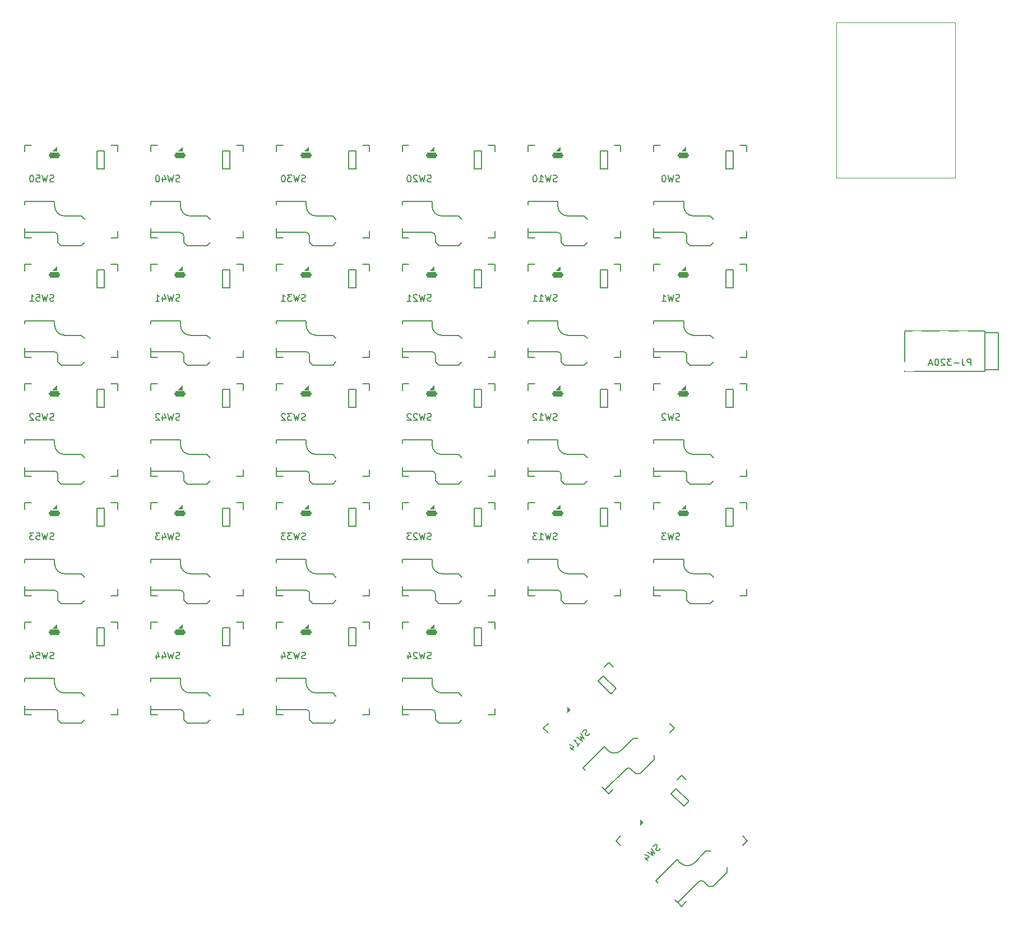
<source format=gbo>
G04 #@! TF.GenerationSoftware,KiCad,Pcbnew,(6.0.2)*
G04 #@! TF.CreationDate,2022-04-13T18:46:02+02:00*
G04 #@! TF.ProjectId,SPKB,53504b42-2e6b-4696-9361-645f70636258,rev?*
G04 #@! TF.SameCoordinates,Original*
G04 #@! TF.FileFunction,Legend,Bot*
G04 #@! TF.FilePolarity,Positive*
%FSLAX46Y46*%
G04 Gerber Fmt 4.6, Leading zero omitted, Abs format (unit mm)*
G04 Created by KiCad (PCBNEW (6.0.2)) date 2022-04-13 18:46:02*
%MOMM*%
%LPD*%
G01*
G04 APERTURE LIST*
G04 Aperture macros list*
%AMRoundRect*
0 Rectangle with rounded corners*
0 $1 Rounding radius*
0 $2 $3 $4 $5 $6 $7 $8 $9 X,Y pos of 4 corners*
0 Add a 4 corners polygon primitive as box body*
4,1,4,$2,$3,$4,$5,$6,$7,$8,$9,$2,$3,0*
0 Add four circle primitives for the rounded corners*
1,1,$1+$1,$2,$3*
1,1,$1+$1,$4,$5*
1,1,$1+$1,$6,$7*
1,1,$1+$1,$8,$9*
0 Add four rect primitives between the rounded corners*
20,1,$1+$1,$2,$3,$4,$5,0*
20,1,$1+$1,$4,$5,$6,$7,0*
20,1,$1+$1,$6,$7,$8,$9,0*
20,1,$1+$1,$8,$9,$2,$3,0*%
%AMRotRect*
0 Rectangle, with rotation*
0 The origin of the aperture is its center*
0 $1 length*
0 $2 width*
0 $3 Rotation angle, in degrees counterclockwise*
0 Add horizontal line*
21,1,$1,$2,0,0,$3*%
%AMOutline5P*
0 Free polygon, 5 corners , with rotation*
0 The origin of the aperture is its center*
0 number of corners: always 5*
0 $1 to $10 corner X, Y*
0 $11 Rotation angle, in degrees counterclockwise*
0 create outline with 5 corners*
4,1,5,$1,$2,$3,$4,$5,$6,$7,$8,$9,$10,$1,$2,$11*%
%AMOutline6P*
0 Free polygon, 6 corners , with rotation*
0 The origin of the aperture is its center*
0 number of corners: always 6*
0 $1 to $12 corner X, Y*
0 $13 Rotation angle, in degrees counterclockwise*
0 create outline with 6 corners*
4,1,6,$1,$2,$3,$4,$5,$6,$7,$8,$9,$10,$11,$12,$1,$2,$13*%
%AMOutline7P*
0 Free polygon, 7 corners , with rotation*
0 The origin of the aperture is its center*
0 number of corners: always 7*
0 $1 to $14 corner X, Y*
0 $15 Rotation angle, in degrees counterclockwise*
0 create outline with 7 corners*
4,1,7,$1,$2,$3,$4,$5,$6,$7,$8,$9,$10,$11,$12,$13,$14,$1,$2,$15*%
%AMOutline8P*
0 Free polygon, 8 corners , with rotation*
0 The origin of the aperture is its center*
0 number of corners: always 8*
0 $1 to $16 corner X, Y*
0 $17 Rotation angle, in degrees counterclockwise*
0 create outline with 8 corners*
4,1,8,$1,$2,$3,$4,$5,$6,$7,$8,$9,$10,$11,$12,$13,$14,$15,$16,$1,$2,$17*%
G04 Aperture macros list end*
%ADD10C,0.150000*%
%ADD11C,0.200000*%
%ADD12C,0.100000*%
%ADD13C,0.120000*%
%ADD14C,1.500000*%
%ADD15O,2.200000X1.600000*%
%ADD16C,3.000000*%
%ADD17C,1.701800*%
%ADD18C,3.429000*%
%ADD19Outline5P,-1.300000X1.300000X0.130000X1.300000X1.300000X0.130000X1.300000X-1.300000X-1.300000X-1.300000X0.000000*%
%ADD20R,2.600000X2.600000*%
%ADD21RoundRect,0.205000X-0.645000X-0.205000X0.645000X-0.205000X0.645000X0.205000X-0.645000X0.205000X0*%
%ADD22R,1.700000X0.820000*%
%ADD23R,0.750000X0.800000*%
%ADD24R,1.600000X1.600000*%
%ADD25O,1.600000X1.600000*%
%ADD26C,1.752600*%
%ADD27Outline5P,-1.300000X1.300000X0.130000X1.300000X1.300000X0.130000X1.300000X-1.300000X-1.300000X-1.300000X45.000000*%
%ADD28RotRect,2.600000X2.600000X45.000000*%
%ADD29RoundRect,0.205000X-0.311127X-0.601041X0.601041X0.311127X0.311127X0.601041X-0.601041X-0.311127X0*%
%ADD30RotRect,1.700000X0.820000X45.000000*%
%ADD31RotRect,0.800000X0.750000X135.000000*%
G04 APERTURE END LIST*
D10*
X174869047Y-81252380D02*
X174869047Y-80252380D01*
X174488095Y-80252380D01*
X174392857Y-80300000D01*
X174345238Y-80347619D01*
X174297619Y-80442857D01*
X174297619Y-80585714D01*
X174345238Y-80680952D01*
X174392857Y-80728571D01*
X174488095Y-80776190D01*
X174869047Y-80776190D01*
X173583333Y-80252380D02*
X173583333Y-80966666D01*
X173630952Y-81109523D01*
X173726190Y-81204761D01*
X173869047Y-81252380D01*
X173964285Y-81252380D01*
X173107142Y-80871428D02*
X172345238Y-80871428D01*
X171964285Y-80252380D02*
X171345238Y-80252380D01*
X171678571Y-80633333D01*
X171535714Y-80633333D01*
X171440476Y-80680952D01*
X171392857Y-80728571D01*
X171345238Y-80823809D01*
X171345238Y-81061904D01*
X171392857Y-81157142D01*
X171440476Y-81204761D01*
X171535714Y-81252380D01*
X171821428Y-81252380D01*
X171916666Y-81204761D01*
X171964285Y-81157142D01*
X170964285Y-80347619D02*
X170916666Y-80300000D01*
X170821428Y-80252380D01*
X170583333Y-80252380D01*
X170488095Y-80300000D01*
X170440476Y-80347619D01*
X170392857Y-80442857D01*
X170392857Y-80538095D01*
X170440476Y-80680952D01*
X171011904Y-81252380D01*
X170392857Y-81252380D01*
X169773809Y-80252380D02*
X169678571Y-80252380D01*
X169583333Y-80300000D01*
X169535714Y-80347619D01*
X169488095Y-80442857D01*
X169440476Y-80633333D01*
X169440476Y-80871428D01*
X169488095Y-81061904D01*
X169535714Y-81157142D01*
X169583333Y-81204761D01*
X169678571Y-81252380D01*
X169773809Y-81252380D01*
X169869047Y-81204761D01*
X169916666Y-81157142D01*
X169964285Y-81061904D01*
X170011904Y-80871428D01*
X170011904Y-80633333D01*
X169964285Y-80442857D01*
X169916666Y-80347619D01*
X169869047Y-80300000D01*
X169773809Y-80252380D01*
X169059523Y-80966666D02*
X168583333Y-80966666D01*
X169154761Y-81252380D02*
X168821428Y-80252380D01*
X168488095Y-81252380D01*
X93364523Y-53499761D02*
X93221666Y-53547380D01*
X92983571Y-53547380D01*
X92888333Y-53499761D01*
X92840714Y-53452142D01*
X92793095Y-53356904D01*
X92793095Y-53261666D01*
X92840714Y-53166428D01*
X92888333Y-53118809D01*
X92983571Y-53071190D01*
X93174047Y-53023571D01*
X93269285Y-52975952D01*
X93316904Y-52928333D01*
X93364523Y-52833095D01*
X93364523Y-52737857D01*
X93316904Y-52642619D01*
X93269285Y-52595000D01*
X93174047Y-52547380D01*
X92935952Y-52547380D01*
X92793095Y-52595000D01*
X92459761Y-52547380D02*
X92221666Y-53547380D01*
X92031190Y-52833095D01*
X91840714Y-53547380D01*
X91602619Y-52547380D01*
X91269285Y-52642619D02*
X91221666Y-52595000D01*
X91126428Y-52547380D01*
X90888333Y-52547380D01*
X90793095Y-52595000D01*
X90745476Y-52642619D01*
X90697857Y-52737857D01*
X90697857Y-52833095D01*
X90745476Y-52975952D01*
X91316904Y-53547380D01*
X90697857Y-53547380D01*
X90078809Y-52547380D02*
X89983571Y-52547380D01*
X89888333Y-52595000D01*
X89840714Y-52642619D01*
X89793095Y-52737857D01*
X89745476Y-52928333D01*
X89745476Y-53166428D01*
X89793095Y-53356904D01*
X89840714Y-53452142D01*
X89888333Y-53499761D01*
X89983571Y-53547380D01*
X90078809Y-53547380D01*
X90174047Y-53499761D01*
X90221666Y-53452142D01*
X90269285Y-53356904D01*
X90316904Y-53166428D01*
X90316904Y-52928333D01*
X90269285Y-52737857D01*
X90221666Y-52642619D01*
X90174047Y-52595000D01*
X90078809Y-52547380D01*
X93364523Y-89499761D02*
X93221666Y-89547380D01*
X92983571Y-89547380D01*
X92888333Y-89499761D01*
X92840714Y-89452142D01*
X92793095Y-89356904D01*
X92793095Y-89261666D01*
X92840714Y-89166428D01*
X92888333Y-89118809D01*
X92983571Y-89071190D01*
X93174047Y-89023571D01*
X93269285Y-88975952D01*
X93316904Y-88928333D01*
X93364523Y-88833095D01*
X93364523Y-88737857D01*
X93316904Y-88642619D01*
X93269285Y-88595000D01*
X93174047Y-88547380D01*
X92935952Y-88547380D01*
X92793095Y-88595000D01*
X92459761Y-88547380D02*
X92221666Y-89547380D01*
X92031190Y-88833095D01*
X91840714Y-89547380D01*
X91602619Y-88547380D01*
X91269285Y-88642619D02*
X91221666Y-88595000D01*
X91126428Y-88547380D01*
X90888333Y-88547380D01*
X90793095Y-88595000D01*
X90745476Y-88642619D01*
X90697857Y-88737857D01*
X90697857Y-88833095D01*
X90745476Y-88975952D01*
X91316904Y-89547380D01*
X90697857Y-89547380D01*
X90316904Y-88642619D02*
X90269285Y-88595000D01*
X90174047Y-88547380D01*
X89935952Y-88547380D01*
X89840714Y-88595000D01*
X89793095Y-88642619D01*
X89745476Y-88737857D01*
X89745476Y-88833095D01*
X89793095Y-88975952D01*
X90364523Y-89547380D01*
X89745476Y-89547380D01*
X130888333Y-53499761D02*
X130745476Y-53547380D01*
X130507380Y-53547380D01*
X130412142Y-53499761D01*
X130364523Y-53452142D01*
X130316904Y-53356904D01*
X130316904Y-53261666D01*
X130364523Y-53166428D01*
X130412142Y-53118809D01*
X130507380Y-53071190D01*
X130697857Y-53023571D01*
X130793095Y-52975952D01*
X130840714Y-52928333D01*
X130888333Y-52833095D01*
X130888333Y-52737857D01*
X130840714Y-52642619D01*
X130793095Y-52595000D01*
X130697857Y-52547380D01*
X130459761Y-52547380D01*
X130316904Y-52595000D01*
X129983571Y-52547380D02*
X129745476Y-53547380D01*
X129555000Y-52833095D01*
X129364523Y-53547380D01*
X129126428Y-52547380D01*
X128555000Y-52547380D02*
X128459761Y-52547380D01*
X128364523Y-52595000D01*
X128316904Y-52642619D01*
X128269285Y-52737857D01*
X128221666Y-52928333D01*
X128221666Y-53166428D01*
X128269285Y-53356904D01*
X128316904Y-53452142D01*
X128364523Y-53499761D01*
X128459761Y-53547380D01*
X128555000Y-53547380D01*
X128650238Y-53499761D01*
X128697857Y-53452142D01*
X128745476Y-53356904D01*
X128793095Y-53166428D01*
X128793095Y-52928333D01*
X128745476Y-52737857D01*
X128697857Y-52642619D01*
X128650238Y-52595000D01*
X128555000Y-52547380D01*
X93364523Y-71499761D02*
X93221666Y-71547380D01*
X92983571Y-71547380D01*
X92888333Y-71499761D01*
X92840714Y-71452142D01*
X92793095Y-71356904D01*
X92793095Y-71261666D01*
X92840714Y-71166428D01*
X92888333Y-71118809D01*
X92983571Y-71071190D01*
X93174047Y-71023571D01*
X93269285Y-70975952D01*
X93316904Y-70928333D01*
X93364523Y-70833095D01*
X93364523Y-70737857D01*
X93316904Y-70642619D01*
X93269285Y-70595000D01*
X93174047Y-70547380D01*
X92935952Y-70547380D01*
X92793095Y-70595000D01*
X92459761Y-70547380D02*
X92221666Y-71547380D01*
X92031190Y-70833095D01*
X91840714Y-71547380D01*
X91602619Y-70547380D01*
X91269285Y-70642619D02*
X91221666Y-70595000D01*
X91126428Y-70547380D01*
X90888333Y-70547380D01*
X90793095Y-70595000D01*
X90745476Y-70642619D01*
X90697857Y-70737857D01*
X90697857Y-70833095D01*
X90745476Y-70975952D01*
X91316904Y-71547380D01*
X90697857Y-71547380D01*
X89745476Y-71547380D02*
X90316904Y-71547380D01*
X90031190Y-71547380D02*
X90031190Y-70547380D01*
X90126428Y-70690238D01*
X90221666Y-70785476D01*
X90316904Y-70833095D01*
X36364523Y-89499761D02*
X36221666Y-89547380D01*
X35983571Y-89547380D01*
X35888333Y-89499761D01*
X35840714Y-89452142D01*
X35793095Y-89356904D01*
X35793095Y-89261666D01*
X35840714Y-89166428D01*
X35888333Y-89118809D01*
X35983571Y-89071190D01*
X36174047Y-89023571D01*
X36269285Y-88975952D01*
X36316904Y-88928333D01*
X36364523Y-88833095D01*
X36364523Y-88737857D01*
X36316904Y-88642619D01*
X36269285Y-88595000D01*
X36174047Y-88547380D01*
X35935952Y-88547380D01*
X35793095Y-88595000D01*
X35459761Y-88547380D02*
X35221666Y-89547380D01*
X35031190Y-88833095D01*
X34840714Y-89547380D01*
X34602619Y-88547380D01*
X33745476Y-88547380D02*
X34221666Y-88547380D01*
X34269285Y-89023571D01*
X34221666Y-88975952D01*
X34126428Y-88928333D01*
X33888333Y-88928333D01*
X33793095Y-88975952D01*
X33745476Y-89023571D01*
X33697857Y-89118809D01*
X33697857Y-89356904D01*
X33745476Y-89452142D01*
X33793095Y-89499761D01*
X33888333Y-89547380D01*
X34126428Y-89547380D01*
X34221666Y-89499761D01*
X34269285Y-89452142D01*
X33316904Y-88642619D02*
X33269285Y-88595000D01*
X33174047Y-88547380D01*
X32935952Y-88547380D01*
X32840714Y-88595000D01*
X32793095Y-88642619D01*
X32745476Y-88737857D01*
X32745476Y-88833095D01*
X32793095Y-88975952D01*
X33364523Y-89547380D01*
X32745476Y-89547380D01*
X36364523Y-125499761D02*
X36221666Y-125547380D01*
X35983571Y-125547380D01*
X35888333Y-125499761D01*
X35840714Y-125452142D01*
X35793095Y-125356904D01*
X35793095Y-125261666D01*
X35840714Y-125166428D01*
X35888333Y-125118809D01*
X35983571Y-125071190D01*
X36174047Y-125023571D01*
X36269285Y-124975952D01*
X36316904Y-124928333D01*
X36364523Y-124833095D01*
X36364523Y-124737857D01*
X36316904Y-124642619D01*
X36269285Y-124595000D01*
X36174047Y-124547380D01*
X35935952Y-124547380D01*
X35793095Y-124595000D01*
X35459761Y-124547380D02*
X35221666Y-125547380D01*
X35031190Y-124833095D01*
X34840714Y-125547380D01*
X34602619Y-124547380D01*
X33745476Y-124547380D02*
X34221666Y-124547380D01*
X34269285Y-125023571D01*
X34221666Y-124975952D01*
X34126428Y-124928333D01*
X33888333Y-124928333D01*
X33793095Y-124975952D01*
X33745476Y-125023571D01*
X33697857Y-125118809D01*
X33697857Y-125356904D01*
X33745476Y-125452142D01*
X33793095Y-125499761D01*
X33888333Y-125547380D01*
X34126428Y-125547380D01*
X34221666Y-125499761D01*
X34269285Y-125452142D01*
X32840714Y-124880714D02*
X32840714Y-125547380D01*
X33078809Y-124499761D02*
X33316904Y-125214047D01*
X32697857Y-125214047D01*
X74364523Y-125499761D02*
X74221666Y-125547380D01*
X73983571Y-125547380D01*
X73888333Y-125499761D01*
X73840714Y-125452142D01*
X73793095Y-125356904D01*
X73793095Y-125261666D01*
X73840714Y-125166428D01*
X73888333Y-125118809D01*
X73983571Y-125071190D01*
X74174047Y-125023571D01*
X74269285Y-124975952D01*
X74316904Y-124928333D01*
X74364523Y-124833095D01*
X74364523Y-124737857D01*
X74316904Y-124642619D01*
X74269285Y-124595000D01*
X74174047Y-124547380D01*
X73935952Y-124547380D01*
X73793095Y-124595000D01*
X73459761Y-124547380D02*
X73221666Y-125547380D01*
X73031190Y-124833095D01*
X72840714Y-125547380D01*
X72602619Y-124547380D01*
X72316904Y-124547380D02*
X71697857Y-124547380D01*
X72031190Y-124928333D01*
X71888333Y-124928333D01*
X71793095Y-124975952D01*
X71745476Y-125023571D01*
X71697857Y-125118809D01*
X71697857Y-125356904D01*
X71745476Y-125452142D01*
X71793095Y-125499761D01*
X71888333Y-125547380D01*
X72174047Y-125547380D01*
X72269285Y-125499761D01*
X72316904Y-125452142D01*
X70840714Y-124880714D02*
X70840714Y-125547380D01*
X71078809Y-124499761D02*
X71316904Y-125214047D01*
X70697857Y-125214047D01*
X36364523Y-53499761D02*
X36221666Y-53547380D01*
X35983571Y-53547380D01*
X35888333Y-53499761D01*
X35840714Y-53452142D01*
X35793095Y-53356904D01*
X35793095Y-53261666D01*
X35840714Y-53166428D01*
X35888333Y-53118809D01*
X35983571Y-53071190D01*
X36174047Y-53023571D01*
X36269285Y-52975952D01*
X36316904Y-52928333D01*
X36364523Y-52833095D01*
X36364523Y-52737857D01*
X36316904Y-52642619D01*
X36269285Y-52595000D01*
X36174047Y-52547380D01*
X35935952Y-52547380D01*
X35793095Y-52595000D01*
X35459761Y-52547380D02*
X35221666Y-53547380D01*
X35031190Y-52833095D01*
X34840714Y-53547380D01*
X34602619Y-52547380D01*
X33745476Y-52547380D02*
X34221666Y-52547380D01*
X34269285Y-53023571D01*
X34221666Y-52975952D01*
X34126428Y-52928333D01*
X33888333Y-52928333D01*
X33793095Y-52975952D01*
X33745476Y-53023571D01*
X33697857Y-53118809D01*
X33697857Y-53356904D01*
X33745476Y-53452142D01*
X33793095Y-53499761D01*
X33888333Y-53547380D01*
X34126428Y-53547380D01*
X34221666Y-53499761D01*
X34269285Y-53452142D01*
X33078809Y-52547380D02*
X32983571Y-52547380D01*
X32888333Y-52595000D01*
X32840714Y-52642619D01*
X32793095Y-52737857D01*
X32745476Y-52928333D01*
X32745476Y-53166428D01*
X32793095Y-53356904D01*
X32840714Y-53452142D01*
X32888333Y-53499761D01*
X32983571Y-53547380D01*
X33078809Y-53547380D01*
X33174047Y-53499761D01*
X33221666Y-53452142D01*
X33269285Y-53356904D01*
X33316904Y-53166428D01*
X33316904Y-52928333D01*
X33269285Y-52737857D01*
X33221666Y-52642619D01*
X33174047Y-52595000D01*
X33078809Y-52547380D01*
X112364523Y-107499761D02*
X112221666Y-107547380D01*
X111983571Y-107547380D01*
X111888333Y-107499761D01*
X111840714Y-107452142D01*
X111793095Y-107356904D01*
X111793095Y-107261666D01*
X111840714Y-107166428D01*
X111888333Y-107118809D01*
X111983571Y-107071190D01*
X112174047Y-107023571D01*
X112269285Y-106975952D01*
X112316904Y-106928333D01*
X112364523Y-106833095D01*
X112364523Y-106737857D01*
X112316904Y-106642619D01*
X112269285Y-106595000D01*
X112174047Y-106547380D01*
X111935952Y-106547380D01*
X111793095Y-106595000D01*
X111459761Y-106547380D02*
X111221666Y-107547380D01*
X111031190Y-106833095D01*
X110840714Y-107547380D01*
X110602619Y-106547380D01*
X109697857Y-107547380D02*
X110269285Y-107547380D01*
X109983571Y-107547380D02*
X109983571Y-106547380D01*
X110078809Y-106690238D01*
X110174047Y-106785476D01*
X110269285Y-106833095D01*
X109364523Y-106547380D02*
X108745476Y-106547380D01*
X109078809Y-106928333D01*
X108935952Y-106928333D01*
X108840714Y-106975952D01*
X108793095Y-107023571D01*
X108745476Y-107118809D01*
X108745476Y-107356904D01*
X108793095Y-107452142D01*
X108840714Y-107499761D01*
X108935952Y-107547380D01*
X109221666Y-107547380D01*
X109316904Y-107499761D01*
X109364523Y-107452142D01*
X74364523Y-89499761D02*
X74221666Y-89547380D01*
X73983571Y-89547380D01*
X73888333Y-89499761D01*
X73840714Y-89452142D01*
X73793095Y-89356904D01*
X73793095Y-89261666D01*
X73840714Y-89166428D01*
X73888333Y-89118809D01*
X73983571Y-89071190D01*
X74174047Y-89023571D01*
X74269285Y-88975952D01*
X74316904Y-88928333D01*
X74364523Y-88833095D01*
X74364523Y-88737857D01*
X74316904Y-88642619D01*
X74269285Y-88595000D01*
X74174047Y-88547380D01*
X73935952Y-88547380D01*
X73793095Y-88595000D01*
X73459761Y-88547380D02*
X73221666Y-89547380D01*
X73031190Y-88833095D01*
X72840714Y-89547380D01*
X72602619Y-88547380D01*
X72316904Y-88547380D02*
X71697857Y-88547380D01*
X72031190Y-88928333D01*
X71888333Y-88928333D01*
X71793095Y-88975952D01*
X71745476Y-89023571D01*
X71697857Y-89118809D01*
X71697857Y-89356904D01*
X71745476Y-89452142D01*
X71793095Y-89499761D01*
X71888333Y-89547380D01*
X72174047Y-89547380D01*
X72269285Y-89499761D01*
X72316904Y-89452142D01*
X71316904Y-88642619D02*
X71269285Y-88595000D01*
X71174047Y-88547380D01*
X70935952Y-88547380D01*
X70840714Y-88595000D01*
X70793095Y-88642619D01*
X70745476Y-88737857D01*
X70745476Y-88833095D01*
X70793095Y-88975952D01*
X71364523Y-89547380D01*
X70745476Y-89547380D01*
X55364523Y-71499761D02*
X55221666Y-71547380D01*
X54983571Y-71547380D01*
X54888333Y-71499761D01*
X54840714Y-71452142D01*
X54793095Y-71356904D01*
X54793095Y-71261666D01*
X54840714Y-71166428D01*
X54888333Y-71118809D01*
X54983571Y-71071190D01*
X55174047Y-71023571D01*
X55269285Y-70975952D01*
X55316904Y-70928333D01*
X55364523Y-70833095D01*
X55364523Y-70737857D01*
X55316904Y-70642619D01*
X55269285Y-70595000D01*
X55174047Y-70547380D01*
X54935952Y-70547380D01*
X54793095Y-70595000D01*
X54459761Y-70547380D02*
X54221666Y-71547380D01*
X54031190Y-70833095D01*
X53840714Y-71547380D01*
X53602619Y-70547380D01*
X52793095Y-70880714D02*
X52793095Y-71547380D01*
X53031190Y-70499761D02*
X53269285Y-71214047D01*
X52650238Y-71214047D01*
X51745476Y-71547380D02*
X52316904Y-71547380D01*
X52031190Y-71547380D02*
X52031190Y-70547380D01*
X52126428Y-70690238D01*
X52221666Y-70785476D01*
X52316904Y-70833095D01*
X55364523Y-125499761D02*
X55221666Y-125547380D01*
X54983571Y-125547380D01*
X54888333Y-125499761D01*
X54840714Y-125452142D01*
X54793095Y-125356904D01*
X54793095Y-125261666D01*
X54840714Y-125166428D01*
X54888333Y-125118809D01*
X54983571Y-125071190D01*
X55174047Y-125023571D01*
X55269285Y-124975952D01*
X55316904Y-124928333D01*
X55364523Y-124833095D01*
X55364523Y-124737857D01*
X55316904Y-124642619D01*
X55269285Y-124595000D01*
X55174047Y-124547380D01*
X54935952Y-124547380D01*
X54793095Y-124595000D01*
X54459761Y-124547380D02*
X54221666Y-125547380D01*
X54031190Y-124833095D01*
X53840714Y-125547380D01*
X53602619Y-124547380D01*
X52793095Y-124880714D02*
X52793095Y-125547380D01*
X53031190Y-124499761D02*
X53269285Y-125214047D01*
X52650238Y-125214047D01*
X51840714Y-124880714D02*
X51840714Y-125547380D01*
X52078809Y-124499761D02*
X52316904Y-125214047D01*
X51697857Y-125214047D01*
X112364523Y-71499761D02*
X112221666Y-71547380D01*
X111983571Y-71547380D01*
X111888333Y-71499761D01*
X111840714Y-71452142D01*
X111793095Y-71356904D01*
X111793095Y-71261666D01*
X111840714Y-71166428D01*
X111888333Y-71118809D01*
X111983571Y-71071190D01*
X112174047Y-71023571D01*
X112269285Y-70975952D01*
X112316904Y-70928333D01*
X112364523Y-70833095D01*
X112364523Y-70737857D01*
X112316904Y-70642619D01*
X112269285Y-70595000D01*
X112174047Y-70547380D01*
X111935952Y-70547380D01*
X111793095Y-70595000D01*
X111459761Y-70547380D02*
X111221666Y-71547380D01*
X111031190Y-70833095D01*
X110840714Y-71547380D01*
X110602619Y-70547380D01*
X109697857Y-71547380D02*
X110269285Y-71547380D01*
X109983571Y-71547380D02*
X109983571Y-70547380D01*
X110078809Y-70690238D01*
X110174047Y-70785476D01*
X110269285Y-70833095D01*
X108745476Y-71547380D02*
X109316904Y-71547380D01*
X109031190Y-71547380D02*
X109031190Y-70547380D01*
X109126428Y-70690238D01*
X109221666Y-70785476D01*
X109316904Y-70833095D01*
X55364523Y-89499761D02*
X55221666Y-89547380D01*
X54983571Y-89547380D01*
X54888333Y-89499761D01*
X54840714Y-89452142D01*
X54793095Y-89356904D01*
X54793095Y-89261666D01*
X54840714Y-89166428D01*
X54888333Y-89118809D01*
X54983571Y-89071190D01*
X55174047Y-89023571D01*
X55269285Y-88975952D01*
X55316904Y-88928333D01*
X55364523Y-88833095D01*
X55364523Y-88737857D01*
X55316904Y-88642619D01*
X55269285Y-88595000D01*
X55174047Y-88547380D01*
X54935952Y-88547380D01*
X54793095Y-88595000D01*
X54459761Y-88547380D02*
X54221666Y-89547380D01*
X54031190Y-88833095D01*
X53840714Y-89547380D01*
X53602619Y-88547380D01*
X52793095Y-88880714D02*
X52793095Y-89547380D01*
X53031190Y-88499761D02*
X53269285Y-89214047D01*
X52650238Y-89214047D01*
X52316904Y-88642619D02*
X52269285Y-88595000D01*
X52174047Y-88547380D01*
X51935952Y-88547380D01*
X51840714Y-88595000D01*
X51793095Y-88642619D01*
X51745476Y-88737857D01*
X51745476Y-88833095D01*
X51793095Y-88975952D01*
X52364523Y-89547380D01*
X51745476Y-89547380D01*
X130888333Y-107499761D02*
X130745476Y-107547380D01*
X130507380Y-107547380D01*
X130412142Y-107499761D01*
X130364523Y-107452142D01*
X130316904Y-107356904D01*
X130316904Y-107261666D01*
X130364523Y-107166428D01*
X130412142Y-107118809D01*
X130507380Y-107071190D01*
X130697857Y-107023571D01*
X130793095Y-106975952D01*
X130840714Y-106928333D01*
X130888333Y-106833095D01*
X130888333Y-106737857D01*
X130840714Y-106642619D01*
X130793095Y-106595000D01*
X130697857Y-106547380D01*
X130459761Y-106547380D01*
X130316904Y-106595000D01*
X129983571Y-106547380D02*
X129745476Y-107547380D01*
X129555000Y-106833095D01*
X129364523Y-107547380D01*
X129126428Y-106547380D01*
X128840714Y-106547380D02*
X128221666Y-106547380D01*
X128555000Y-106928333D01*
X128412142Y-106928333D01*
X128316904Y-106975952D01*
X128269285Y-107023571D01*
X128221666Y-107118809D01*
X128221666Y-107356904D01*
X128269285Y-107452142D01*
X128316904Y-107499761D01*
X128412142Y-107547380D01*
X128697857Y-107547380D01*
X128793095Y-107499761D01*
X128840714Y-107452142D01*
X93364523Y-125499761D02*
X93221666Y-125547380D01*
X92983571Y-125547380D01*
X92888333Y-125499761D01*
X92840714Y-125452142D01*
X92793095Y-125356904D01*
X92793095Y-125261666D01*
X92840714Y-125166428D01*
X92888333Y-125118809D01*
X92983571Y-125071190D01*
X93174047Y-125023571D01*
X93269285Y-124975952D01*
X93316904Y-124928333D01*
X93364523Y-124833095D01*
X93364523Y-124737857D01*
X93316904Y-124642619D01*
X93269285Y-124595000D01*
X93174047Y-124547380D01*
X92935952Y-124547380D01*
X92793095Y-124595000D01*
X92459761Y-124547380D02*
X92221666Y-125547380D01*
X92031190Y-124833095D01*
X91840714Y-125547380D01*
X91602619Y-124547380D01*
X91269285Y-124642619D02*
X91221666Y-124595000D01*
X91126428Y-124547380D01*
X90888333Y-124547380D01*
X90793095Y-124595000D01*
X90745476Y-124642619D01*
X90697857Y-124737857D01*
X90697857Y-124833095D01*
X90745476Y-124975952D01*
X91316904Y-125547380D01*
X90697857Y-125547380D01*
X89840714Y-124880714D02*
X89840714Y-125547380D01*
X90078809Y-124499761D02*
X90316904Y-125214047D01*
X89697857Y-125214047D01*
X117275608Y-136802734D02*
X117208264Y-136937421D01*
X117039906Y-137105780D01*
X116938890Y-137139451D01*
X116871547Y-137139451D01*
X116770532Y-137105780D01*
X116703188Y-137038436D01*
X116669516Y-136937421D01*
X116669516Y-136870077D01*
X116703188Y-136769062D01*
X116804203Y-136600703D01*
X116837875Y-136499688D01*
X116837875Y-136432345D01*
X116804203Y-136331329D01*
X116736860Y-136263986D01*
X116635845Y-136230314D01*
X116568501Y-136230314D01*
X116467486Y-136263986D01*
X116299127Y-136432345D01*
X116231784Y-136567032D01*
X115962410Y-136769062D02*
X116501158Y-137644528D01*
X115861394Y-137274138D01*
X116231784Y-137913902D01*
X115356318Y-137375154D01*
X115423662Y-138722024D02*
X115827723Y-138317963D01*
X115625692Y-138519993D02*
X114918585Y-137812886D01*
X115086944Y-137846558D01*
X115221631Y-137846558D01*
X115322646Y-137812886D01*
X114346166Y-138856711D02*
X114817570Y-139328115D01*
X114245150Y-138418978D02*
X114918585Y-138755695D01*
X114480853Y-139193428D01*
X74364523Y-107499761D02*
X74221666Y-107547380D01*
X73983571Y-107547380D01*
X73888333Y-107499761D01*
X73840714Y-107452142D01*
X73793095Y-107356904D01*
X73793095Y-107261666D01*
X73840714Y-107166428D01*
X73888333Y-107118809D01*
X73983571Y-107071190D01*
X74174047Y-107023571D01*
X74269285Y-106975952D01*
X74316904Y-106928333D01*
X74364523Y-106833095D01*
X74364523Y-106737857D01*
X74316904Y-106642619D01*
X74269285Y-106595000D01*
X74174047Y-106547380D01*
X73935952Y-106547380D01*
X73793095Y-106595000D01*
X73459761Y-106547380D02*
X73221666Y-107547380D01*
X73031190Y-106833095D01*
X72840714Y-107547380D01*
X72602619Y-106547380D01*
X72316904Y-106547380D02*
X71697857Y-106547380D01*
X72031190Y-106928333D01*
X71888333Y-106928333D01*
X71793095Y-106975952D01*
X71745476Y-107023571D01*
X71697857Y-107118809D01*
X71697857Y-107356904D01*
X71745476Y-107452142D01*
X71793095Y-107499761D01*
X71888333Y-107547380D01*
X72174047Y-107547380D01*
X72269285Y-107499761D01*
X72316904Y-107452142D01*
X71364523Y-106547380D02*
X70745476Y-106547380D01*
X71078809Y-106928333D01*
X70935952Y-106928333D01*
X70840714Y-106975952D01*
X70793095Y-107023571D01*
X70745476Y-107118809D01*
X70745476Y-107356904D01*
X70793095Y-107452142D01*
X70840714Y-107499761D01*
X70935952Y-107547380D01*
X71221666Y-107547380D01*
X71316904Y-107499761D01*
X71364523Y-107452142D01*
X130888333Y-71499761D02*
X130745476Y-71547380D01*
X130507380Y-71547380D01*
X130412142Y-71499761D01*
X130364523Y-71452142D01*
X130316904Y-71356904D01*
X130316904Y-71261666D01*
X130364523Y-71166428D01*
X130412142Y-71118809D01*
X130507380Y-71071190D01*
X130697857Y-71023571D01*
X130793095Y-70975952D01*
X130840714Y-70928333D01*
X130888333Y-70833095D01*
X130888333Y-70737857D01*
X130840714Y-70642619D01*
X130793095Y-70595000D01*
X130697857Y-70547380D01*
X130459761Y-70547380D01*
X130316904Y-70595000D01*
X129983571Y-70547380D02*
X129745476Y-71547380D01*
X129555000Y-70833095D01*
X129364523Y-71547380D01*
X129126428Y-70547380D01*
X128221666Y-71547380D02*
X128793095Y-71547380D01*
X128507380Y-71547380D02*
X128507380Y-70547380D01*
X128602619Y-70690238D01*
X128697857Y-70785476D01*
X128793095Y-70833095D01*
X93364523Y-107499761D02*
X93221666Y-107547380D01*
X92983571Y-107547380D01*
X92888333Y-107499761D01*
X92840714Y-107452142D01*
X92793095Y-107356904D01*
X92793095Y-107261666D01*
X92840714Y-107166428D01*
X92888333Y-107118809D01*
X92983571Y-107071190D01*
X93174047Y-107023571D01*
X93269285Y-106975952D01*
X93316904Y-106928333D01*
X93364523Y-106833095D01*
X93364523Y-106737857D01*
X93316904Y-106642619D01*
X93269285Y-106595000D01*
X93174047Y-106547380D01*
X92935952Y-106547380D01*
X92793095Y-106595000D01*
X92459761Y-106547380D02*
X92221666Y-107547380D01*
X92031190Y-106833095D01*
X91840714Y-107547380D01*
X91602619Y-106547380D01*
X91269285Y-106642619D02*
X91221666Y-106595000D01*
X91126428Y-106547380D01*
X90888333Y-106547380D01*
X90793095Y-106595000D01*
X90745476Y-106642619D01*
X90697857Y-106737857D01*
X90697857Y-106833095D01*
X90745476Y-106975952D01*
X91316904Y-107547380D01*
X90697857Y-107547380D01*
X90364523Y-106547380D02*
X89745476Y-106547380D01*
X90078809Y-106928333D01*
X89935952Y-106928333D01*
X89840714Y-106975952D01*
X89793095Y-107023571D01*
X89745476Y-107118809D01*
X89745476Y-107356904D01*
X89793095Y-107452142D01*
X89840714Y-107499761D01*
X89935952Y-107547380D01*
X90221666Y-107547380D01*
X90316904Y-107499761D01*
X90364523Y-107452142D01*
X74364523Y-53499761D02*
X74221666Y-53547380D01*
X73983571Y-53547380D01*
X73888333Y-53499761D01*
X73840714Y-53452142D01*
X73793095Y-53356904D01*
X73793095Y-53261666D01*
X73840714Y-53166428D01*
X73888333Y-53118809D01*
X73983571Y-53071190D01*
X74174047Y-53023571D01*
X74269285Y-52975952D01*
X74316904Y-52928333D01*
X74364523Y-52833095D01*
X74364523Y-52737857D01*
X74316904Y-52642619D01*
X74269285Y-52595000D01*
X74174047Y-52547380D01*
X73935952Y-52547380D01*
X73793095Y-52595000D01*
X73459761Y-52547380D02*
X73221666Y-53547380D01*
X73031190Y-52833095D01*
X72840714Y-53547380D01*
X72602619Y-52547380D01*
X72316904Y-52547380D02*
X71697857Y-52547380D01*
X72031190Y-52928333D01*
X71888333Y-52928333D01*
X71793095Y-52975952D01*
X71745476Y-53023571D01*
X71697857Y-53118809D01*
X71697857Y-53356904D01*
X71745476Y-53452142D01*
X71793095Y-53499761D01*
X71888333Y-53547380D01*
X72174047Y-53547380D01*
X72269285Y-53499761D01*
X72316904Y-53452142D01*
X71078809Y-52547380D02*
X70983571Y-52547380D01*
X70888333Y-52595000D01*
X70840714Y-52642619D01*
X70793095Y-52737857D01*
X70745476Y-52928333D01*
X70745476Y-53166428D01*
X70793095Y-53356904D01*
X70840714Y-53452142D01*
X70888333Y-53499761D01*
X70983571Y-53547380D01*
X71078809Y-53547380D01*
X71174047Y-53499761D01*
X71221666Y-53452142D01*
X71269285Y-53356904D01*
X71316904Y-53166428D01*
X71316904Y-52928333D01*
X71269285Y-52737857D01*
X71221666Y-52642619D01*
X71174047Y-52595000D01*
X71078809Y-52547380D01*
X127938890Y-154139451D02*
X127871547Y-154274138D01*
X127703188Y-154442497D01*
X127602173Y-154476169D01*
X127534829Y-154476169D01*
X127433814Y-154442497D01*
X127366471Y-154375154D01*
X127332799Y-154274138D01*
X127332799Y-154206795D01*
X127366471Y-154105780D01*
X127467486Y-153937421D01*
X127501158Y-153836406D01*
X127501158Y-153769062D01*
X127467486Y-153668047D01*
X127400142Y-153600703D01*
X127299127Y-153567032D01*
X127231784Y-153567032D01*
X127130768Y-153600703D01*
X126962410Y-153769062D01*
X126895066Y-153903749D01*
X126625692Y-154105780D02*
X127164440Y-154981245D01*
X126524677Y-154610856D01*
X126895066Y-155250619D01*
X126019601Y-154711871D01*
X125682883Y-155519993D02*
X126154288Y-155991398D01*
X125581868Y-155082260D02*
X126255303Y-155418978D01*
X125817570Y-155856711D01*
X55364523Y-107499761D02*
X55221666Y-107547380D01*
X54983571Y-107547380D01*
X54888333Y-107499761D01*
X54840714Y-107452142D01*
X54793095Y-107356904D01*
X54793095Y-107261666D01*
X54840714Y-107166428D01*
X54888333Y-107118809D01*
X54983571Y-107071190D01*
X55174047Y-107023571D01*
X55269285Y-106975952D01*
X55316904Y-106928333D01*
X55364523Y-106833095D01*
X55364523Y-106737857D01*
X55316904Y-106642619D01*
X55269285Y-106595000D01*
X55174047Y-106547380D01*
X54935952Y-106547380D01*
X54793095Y-106595000D01*
X54459761Y-106547380D02*
X54221666Y-107547380D01*
X54031190Y-106833095D01*
X53840714Y-107547380D01*
X53602619Y-106547380D01*
X52793095Y-106880714D02*
X52793095Y-107547380D01*
X53031190Y-106499761D02*
X53269285Y-107214047D01*
X52650238Y-107214047D01*
X52364523Y-106547380D02*
X51745476Y-106547380D01*
X52078809Y-106928333D01*
X51935952Y-106928333D01*
X51840714Y-106975952D01*
X51793095Y-107023571D01*
X51745476Y-107118809D01*
X51745476Y-107356904D01*
X51793095Y-107452142D01*
X51840714Y-107499761D01*
X51935952Y-107547380D01*
X52221666Y-107547380D01*
X52316904Y-107499761D01*
X52364523Y-107452142D01*
X130888333Y-89499761D02*
X130745476Y-89547380D01*
X130507380Y-89547380D01*
X130412142Y-89499761D01*
X130364523Y-89452142D01*
X130316904Y-89356904D01*
X130316904Y-89261666D01*
X130364523Y-89166428D01*
X130412142Y-89118809D01*
X130507380Y-89071190D01*
X130697857Y-89023571D01*
X130793095Y-88975952D01*
X130840714Y-88928333D01*
X130888333Y-88833095D01*
X130888333Y-88737857D01*
X130840714Y-88642619D01*
X130793095Y-88595000D01*
X130697857Y-88547380D01*
X130459761Y-88547380D01*
X130316904Y-88595000D01*
X129983571Y-88547380D02*
X129745476Y-89547380D01*
X129555000Y-88833095D01*
X129364523Y-89547380D01*
X129126428Y-88547380D01*
X128793095Y-88642619D02*
X128745476Y-88595000D01*
X128650238Y-88547380D01*
X128412142Y-88547380D01*
X128316904Y-88595000D01*
X128269285Y-88642619D01*
X128221666Y-88737857D01*
X128221666Y-88833095D01*
X128269285Y-88975952D01*
X128840714Y-89547380D01*
X128221666Y-89547380D01*
X112364523Y-89499761D02*
X112221666Y-89547380D01*
X111983571Y-89547380D01*
X111888333Y-89499761D01*
X111840714Y-89452142D01*
X111793095Y-89356904D01*
X111793095Y-89261666D01*
X111840714Y-89166428D01*
X111888333Y-89118809D01*
X111983571Y-89071190D01*
X112174047Y-89023571D01*
X112269285Y-88975952D01*
X112316904Y-88928333D01*
X112364523Y-88833095D01*
X112364523Y-88737857D01*
X112316904Y-88642619D01*
X112269285Y-88595000D01*
X112174047Y-88547380D01*
X111935952Y-88547380D01*
X111793095Y-88595000D01*
X111459761Y-88547380D02*
X111221666Y-89547380D01*
X111031190Y-88833095D01*
X110840714Y-89547380D01*
X110602619Y-88547380D01*
X109697857Y-89547380D02*
X110269285Y-89547380D01*
X109983571Y-89547380D02*
X109983571Y-88547380D01*
X110078809Y-88690238D01*
X110174047Y-88785476D01*
X110269285Y-88833095D01*
X109316904Y-88642619D02*
X109269285Y-88595000D01*
X109174047Y-88547380D01*
X108935952Y-88547380D01*
X108840714Y-88595000D01*
X108793095Y-88642619D01*
X108745476Y-88737857D01*
X108745476Y-88833095D01*
X108793095Y-88975952D01*
X109364523Y-89547380D01*
X108745476Y-89547380D01*
X74364523Y-71499761D02*
X74221666Y-71547380D01*
X73983571Y-71547380D01*
X73888333Y-71499761D01*
X73840714Y-71452142D01*
X73793095Y-71356904D01*
X73793095Y-71261666D01*
X73840714Y-71166428D01*
X73888333Y-71118809D01*
X73983571Y-71071190D01*
X74174047Y-71023571D01*
X74269285Y-70975952D01*
X74316904Y-70928333D01*
X74364523Y-70833095D01*
X74364523Y-70737857D01*
X74316904Y-70642619D01*
X74269285Y-70595000D01*
X74174047Y-70547380D01*
X73935952Y-70547380D01*
X73793095Y-70595000D01*
X73459761Y-70547380D02*
X73221666Y-71547380D01*
X73031190Y-70833095D01*
X72840714Y-71547380D01*
X72602619Y-70547380D01*
X72316904Y-70547380D02*
X71697857Y-70547380D01*
X72031190Y-70928333D01*
X71888333Y-70928333D01*
X71793095Y-70975952D01*
X71745476Y-71023571D01*
X71697857Y-71118809D01*
X71697857Y-71356904D01*
X71745476Y-71452142D01*
X71793095Y-71499761D01*
X71888333Y-71547380D01*
X72174047Y-71547380D01*
X72269285Y-71499761D01*
X72316904Y-71452142D01*
X70745476Y-71547380D02*
X71316904Y-71547380D01*
X71031190Y-71547380D02*
X71031190Y-70547380D01*
X71126428Y-70690238D01*
X71221666Y-70785476D01*
X71316904Y-70833095D01*
X36364523Y-71499761D02*
X36221666Y-71547380D01*
X35983571Y-71547380D01*
X35888333Y-71499761D01*
X35840714Y-71452142D01*
X35793095Y-71356904D01*
X35793095Y-71261666D01*
X35840714Y-71166428D01*
X35888333Y-71118809D01*
X35983571Y-71071190D01*
X36174047Y-71023571D01*
X36269285Y-70975952D01*
X36316904Y-70928333D01*
X36364523Y-70833095D01*
X36364523Y-70737857D01*
X36316904Y-70642619D01*
X36269285Y-70595000D01*
X36174047Y-70547380D01*
X35935952Y-70547380D01*
X35793095Y-70595000D01*
X35459761Y-70547380D02*
X35221666Y-71547380D01*
X35031190Y-70833095D01*
X34840714Y-71547380D01*
X34602619Y-70547380D01*
X33745476Y-70547380D02*
X34221666Y-70547380D01*
X34269285Y-71023571D01*
X34221666Y-70975952D01*
X34126428Y-70928333D01*
X33888333Y-70928333D01*
X33793095Y-70975952D01*
X33745476Y-71023571D01*
X33697857Y-71118809D01*
X33697857Y-71356904D01*
X33745476Y-71452142D01*
X33793095Y-71499761D01*
X33888333Y-71547380D01*
X34126428Y-71547380D01*
X34221666Y-71499761D01*
X34269285Y-71452142D01*
X32745476Y-71547380D02*
X33316904Y-71547380D01*
X33031190Y-71547380D02*
X33031190Y-70547380D01*
X33126428Y-70690238D01*
X33221666Y-70785476D01*
X33316904Y-70833095D01*
X55364523Y-53499761D02*
X55221666Y-53547380D01*
X54983571Y-53547380D01*
X54888333Y-53499761D01*
X54840714Y-53452142D01*
X54793095Y-53356904D01*
X54793095Y-53261666D01*
X54840714Y-53166428D01*
X54888333Y-53118809D01*
X54983571Y-53071190D01*
X55174047Y-53023571D01*
X55269285Y-52975952D01*
X55316904Y-52928333D01*
X55364523Y-52833095D01*
X55364523Y-52737857D01*
X55316904Y-52642619D01*
X55269285Y-52595000D01*
X55174047Y-52547380D01*
X54935952Y-52547380D01*
X54793095Y-52595000D01*
X54459761Y-52547380D02*
X54221666Y-53547380D01*
X54031190Y-52833095D01*
X53840714Y-53547380D01*
X53602619Y-52547380D01*
X52793095Y-52880714D02*
X52793095Y-53547380D01*
X53031190Y-52499761D02*
X53269285Y-53214047D01*
X52650238Y-53214047D01*
X52078809Y-52547380D02*
X51983571Y-52547380D01*
X51888333Y-52595000D01*
X51840714Y-52642619D01*
X51793095Y-52737857D01*
X51745476Y-52928333D01*
X51745476Y-53166428D01*
X51793095Y-53356904D01*
X51840714Y-53452142D01*
X51888333Y-53499761D01*
X51983571Y-53547380D01*
X52078809Y-53547380D01*
X52174047Y-53499761D01*
X52221666Y-53452142D01*
X52269285Y-53356904D01*
X52316904Y-53166428D01*
X52316904Y-52928333D01*
X52269285Y-52737857D01*
X52221666Y-52642619D01*
X52174047Y-52595000D01*
X52078809Y-52547380D01*
X112364523Y-53499761D02*
X112221666Y-53547380D01*
X111983571Y-53547380D01*
X111888333Y-53499761D01*
X111840714Y-53452142D01*
X111793095Y-53356904D01*
X111793095Y-53261666D01*
X111840714Y-53166428D01*
X111888333Y-53118809D01*
X111983571Y-53071190D01*
X112174047Y-53023571D01*
X112269285Y-52975952D01*
X112316904Y-52928333D01*
X112364523Y-52833095D01*
X112364523Y-52737857D01*
X112316904Y-52642619D01*
X112269285Y-52595000D01*
X112174047Y-52547380D01*
X111935952Y-52547380D01*
X111793095Y-52595000D01*
X111459761Y-52547380D02*
X111221666Y-53547380D01*
X111031190Y-52833095D01*
X110840714Y-53547380D01*
X110602619Y-52547380D01*
X109697857Y-53547380D02*
X110269285Y-53547380D01*
X109983571Y-53547380D02*
X109983571Y-52547380D01*
X110078809Y-52690238D01*
X110174047Y-52785476D01*
X110269285Y-52833095D01*
X109078809Y-52547380D02*
X108983571Y-52547380D01*
X108888333Y-52595000D01*
X108840714Y-52642619D01*
X108793095Y-52737857D01*
X108745476Y-52928333D01*
X108745476Y-53166428D01*
X108793095Y-53356904D01*
X108840714Y-53452142D01*
X108888333Y-53499761D01*
X108983571Y-53547380D01*
X109078809Y-53547380D01*
X109174047Y-53499761D01*
X109221666Y-53452142D01*
X109269285Y-53356904D01*
X109316904Y-53166428D01*
X109316904Y-52928333D01*
X109269285Y-52737857D01*
X109221666Y-52642619D01*
X109174047Y-52595000D01*
X109078809Y-52547380D01*
X36364523Y-107499761D02*
X36221666Y-107547380D01*
X35983571Y-107547380D01*
X35888333Y-107499761D01*
X35840714Y-107452142D01*
X35793095Y-107356904D01*
X35793095Y-107261666D01*
X35840714Y-107166428D01*
X35888333Y-107118809D01*
X35983571Y-107071190D01*
X36174047Y-107023571D01*
X36269285Y-106975952D01*
X36316904Y-106928333D01*
X36364523Y-106833095D01*
X36364523Y-106737857D01*
X36316904Y-106642619D01*
X36269285Y-106595000D01*
X36174047Y-106547380D01*
X35935952Y-106547380D01*
X35793095Y-106595000D01*
X35459761Y-106547380D02*
X35221666Y-107547380D01*
X35031190Y-106833095D01*
X34840714Y-107547380D01*
X34602619Y-106547380D01*
X33745476Y-106547380D02*
X34221666Y-106547380D01*
X34269285Y-107023571D01*
X34221666Y-106975952D01*
X34126428Y-106928333D01*
X33888333Y-106928333D01*
X33793095Y-106975952D01*
X33745476Y-107023571D01*
X33697857Y-107118809D01*
X33697857Y-107356904D01*
X33745476Y-107452142D01*
X33793095Y-107499761D01*
X33888333Y-107547380D01*
X34126428Y-107547380D01*
X34221666Y-107499761D01*
X34269285Y-107452142D01*
X33364523Y-106547380D02*
X32745476Y-106547380D01*
X33078809Y-106928333D01*
X32935952Y-106928333D01*
X32840714Y-106975952D01*
X32793095Y-107023571D01*
X32745476Y-107118809D01*
X32745476Y-107356904D01*
X32793095Y-107452142D01*
X32840714Y-107499761D01*
X32935952Y-107547380D01*
X33221666Y-107547380D01*
X33316904Y-107499761D01*
X33364523Y-107452142D01*
X177000000Y-81900000D02*
X179000000Y-81900000D01*
X179000000Y-76300000D02*
X179000000Y-81900000D01*
X177000000Y-76300000D02*
X179000000Y-76300000D01*
X164900000Y-76050000D02*
X164900000Y-82150000D01*
X177000000Y-82150000D02*
X164900000Y-82150000D01*
X177000000Y-76050000D02*
X177000000Y-82150000D01*
X177000000Y-76050000D02*
X164900000Y-76050000D01*
X93500000Y-56500000D02*
X89000000Y-56500000D01*
X89000000Y-61200000D02*
X93500000Y-61200000D01*
X103000000Y-48000000D02*
X103000000Y-49000000D01*
X93500000Y-57200000D02*
X93500000Y-56500000D01*
X89000000Y-48000000D02*
X90000000Y-48000000D01*
D11*
X101000000Y-51550000D02*
X101000000Y-48850000D01*
D10*
X89000000Y-62000000D02*
X89000000Y-61000000D01*
X94500000Y-63200000D02*
X94000000Y-62700000D01*
D11*
X99900000Y-51550000D02*
X101000000Y-51550000D01*
X99900000Y-48850000D02*
X99900000Y-51550000D01*
D10*
X90000000Y-62000000D02*
X89000000Y-62000000D01*
X98000000Y-59200000D02*
X97500000Y-58700000D01*
X103000000Y-62000000D02*
X102000000Y-62000000D01*
X94000000Y-61700000D02*
X94000000Y-62700000D01*
X98000000Y-62700000D02*
X97500000Y-63200000D01*
X89000000Y-56500000D02*
X89000000Y-57000000D01*
X97500000Y-63200000D02*
X94500000Y-63200000D01*
X97500000Y-58700000D02*
X95000000Y-58700000D01*
D11*
X101000000Y-48850000D02*
X99900000Y-48850000D01*
D10*
X102000000Y-48000000D02*
X103000000Y-48000000D01*
X89000000Y-49000000D02*
X89000000Y-48000000D01*
X89000000Y-60600000D02*
X89000000Y-61200000D01*
X103000000Y-61000000D02*
X103000000Y-62000000D01*
X93500000Y-57200000D02*
G75*
G03*
X95000000Y-58700000I1500001J1D01*
G01*
X94000000Y-61700000D02*
G75*
G03*
X93500000Y-61200000I-500001J-1D01*
G01*
D12*
X93200000Y-48910000D02*
X93800000Y-48910000D01*
X93800000Y-48910000D02*
X93800000Y-48310000D01*
X93800000Y-48310000D02*
X93200000Y-48910000D01*
G36*
X93800000Y-48910000D02*
G01*
X93200000Y-48910000D01*
X93800000Y-48310000D01*
X93800000Y-48910000D01*
G37*
X93800000Y-48910000D02*
X93200000Y-48910000D01*
X93800000Y-48310000D01*
X93800000Y-48910000D01*
D10*
X93500000Y-92500000D02*
X89000000Y-92500000D01*
X89000000Y-97200000D02*
X93500000Y-97200000D01*
X103000000Y-84000000D02*
X103000000Y-85000000D01*
X93500000Y-93200000D02*
X93500000Y-92500000D01*
X89000000Y-84000000D02*
X90000000Y-84000000D01*
D11*
X101000000Y-87550000D02*
X101000000Y-84850000D01*
D10*
X89000000Y-98000000D02*
X89000000Y-97000000D01*
X94500000Y-99200000D02*
X94000000Y-98700000D01*
D11*
X99900000Y-87550000D02*
X101000000Y-87550000D01*
X99900000Y-84850000D02*
X99900000Y-87550000D01*
D10*
X90000000Y-98000000D02*
X89000000Y-98000000D01*
X98000000Y-95200000D02*
X97500000Y-94700000D01*
X103000000Y-98000000D02*
X102000000Y-98000000D01*
X94000000Y-97700000D02*
X94000000Y-98700000D01*
X98000000Y-98700000D02*
X97500000Y-99200000D01*
X89000000Y-92500000D02*
X89000000Y-93000000D01*
X97500000Y-99200000D02*
X94500000Y-99200000D01*
X97500000Y-94700000D02*
X95000000Y-94700000D01*
D11*
X101000000Y-84850000D02*
X99900000Y-84850000D01*
D10*
X102000000Y-84000000D02*
X103000000Y-84000000D01*
X89000000Y-85000000D02*
X89000000Y-84000000D01*
X89000000Y-96600000D02*
X89000000Y-97200000D01*
X103000000Y-97000000D02*
X103000000Y-98000000D01*
X93500000Y-93200000D02*
G75*
G03*
X95000000Y-94700000I1500001J1D01*
G01*
X94000000Y-97700000D02*
G75*
G03*
X93500000Y-97200000I-500001J-1D01*
G01*
D12*
X93200000Y-84910000D02*
X93800000Y-84910000D01*
X93800000Y-84910000D02*
X93800000Y-84310000D01*
X93800000Y-84310000D02*
X93200000Y-84910000D01*
G36*
X93800000Y-84910000D02*
G01*
X93200000Y-84910000D01*
X93800000Y-84310000D01*
X93800000Y-84910000D01*
G37*
X93800000Y-84910000D02*
X93200000Y-84910000D01*
X93800000Y-84310000D01*
X93800000Y-84910000D01*
D10*
X131500000Y-56500000D02*
X127000000Y-56500000D01*
X127000000Y-61200000D02*
X131500000Y-61200000D01*
X141000000Y-48000000D02*
X141000000Y-49000000D01*
X131500000Y-57200000D02*
X131500000Y-56500000D01*
X127000000Y-48000000D02*
X128000000Y-48000000D01*
D11*
X139000000Y-51550000D02*
X139000000Y-48850000D01*
D10*
X127000000Y-62000000D02*
X127000000Y-61000000D01*
X132500000Y-63200000D02*
X132000000Y-62700000D01*
D11*
X137900000Y-51550000D02*
X139000000Y-51550000D01*
X137900000Y-48850000D02*
X137900000Y-51550000D01*
D10*
X128000000Y-62000000D02*
X127000000Y-62000000D01*
X136000000Y-59200000D02*
X135500000Y-58700000D01*
X141000000Y-62000000D02*
X140000000Y-62000000D01*
X132000000Y-61700000D02*
X132000000Y-62700000D01*
X136000000Y-62700000D02*
X135500000Y-63200000D01*
X127000000Y-56500000D02*
X127000000Y-57000000D01*
X135500000Y-63200000D02*
X132500000Y-63200000D01*
X135500000Y-58700000D02*
X133000000Y-58700000D01*
D11*
X139000000Y-48850000D02*
X137900000Y-48850000D01*
D10*
X140000000Y-48000000D02*
X141000000Y-48000000D01*
X127000000Y-49000000D02*
X127000000Y-48000000D01*
X127000000Y-60600000D02*
X127000000Y-61200000D01*
X141000000Y-61000000D02*
X141000000Y-62000000D01*
X131500000Y-57200000D02*
G75*
G03*
X133000000Y-58700000I1500001J1D01*
G01*
X132000000Y-61700000D02*
G75*
G03*
X131500000Y-61200000I-500001J-1D01*
G01*
D12*
X131200000Y-48910000D02*
X131800000Y-48910000D01*
X131800000Y-48910000D02*
X131800000Y-48310000D01*
X131800000Y-48310000D02*
X131200000Y-48910000D01*
G36*
X131800000Y-48910000D02*
G01*
X131200000Y-48910000D01*
X131800000Y-48310000D01*
X131800000Y-48910000D01*
G37*
X131800000Y-48910000D02*
X131200000Y-48910000D01*
X131800000Y-48310000D01*
X131800000Y-48910000D01*
D10*
X93500000Y-74500000D02*
X89000000Y-74500000D01*
X89000000Y-79200000D02*
X93500000Y-79200000D01*
X103000000Y-66000000D02*
X103000000Y-67000000D01*
X93500000Y-75200000D02*
X93500000Y-74500000D01*
X89000000Y-66000000D02*
X90000000Y-66000000D01*
D11*
X101000000Y-69550000D02*
X101000000Y-66850000D01*
D10*
X89000000Y-80000000D02*
X89000000Y-79000000D01*
X94500000Y-81200000D02*
X94000000Y-80700000D01*
D11*
X99900000Y-69550000D02*
X101000000Y-69550000D01*
X99900000Y-66850000D02*
X99900000Y-69550000D01*
D10*
X90000000Y-80000000D02*
X89000000Y-80000000D01*
X98000000Y-77200000D02*
X97500000Y-76700000D01*
X103000000Y-80000000D02*
X102000000Y-80000000D01*
X94000000Y-79700000D02*
X94000000Y-80700000D01*
X98000000Y-80700000D02*
X97500000Y-81200000D01*
X89000000Y-74500000D02*
X89000000Y-75000000D01*
X97500000Y-81200000D02*
X94500000Y-81200000D01*
X97500000Y-76700000D02*
X95000000Y-76700000D01*
D11*
X101000000Y-66850000D02*
X99900000Y-66850000D01*
D10*
X102000000Y-66000000D02*
X103000000Y-66000000D01*
X89000000Y-67000000D02*
X89000000Y-66000000D01*
X89000000Y-78600000D02*
X89000000Y-79200000D01*
X103000000Y-79000000D02*
X103000000Y-80000000D01*
X93500000Y-75200000D02*
G75*
G03*
X95000000Y-76700000I1500001J1D01*
G01*
X94000000Y-79700000D02*
G75*
G03*
X93500000Y-79200000I-500001J-1D01*
G01*
D12*
X93200000Y-66910000D02*
X93800000Y-66910000D01*
X93800000Y-66910000D02*
X93800000Y-66310000D01*
X93800000Y-66310000D02*
X93200000Y-66910000D01*
G36*
X93800000Y-66910000D02*
G01*
X93200000Y-66910000D01*
X93800000Y-66310000D01*
X93800000Y-66910000D01*
G37*
X93800000Y-66910000D02*
X93200000Y-66910000D01*
X93800000Y-66310000D01*
X93800000Y-66910000D01*
D10*
X36500000Y-92500000D02*
X32000000Y-92500000D01*
X32000000Y-97200000D02*
X36500000Y-97200000D01*
X46000000Y-84000000D02*
X46000000Y-85000000D01*
X36500000Y-93200000D02*
X36500000Y-92500000D01*
X32000000Y-84000000D02*
X33000000Y-84000000D01*
D11*
X44000000Y-87550000D02*
X44000000Y-84850000D01*
D10*
X32000000Y-98000000D02*
X32000000Y-97000000D01*
X37500000Y-99200000D02*
X37000000Y-98700000D01*
D11*
X42900000Y-87550000D02*
X44000000Y-87550000D01*
X42900000Y-84850000D02*
X42900000Y-87550000D01*
D10*
X33000000Y-98000000D02*
X32000000Y-98000000D01*
X41000000Y-95200000D02*
X40500000Y-94700000D01*
X46000000Y-98000000D02*
X45000000Y-98000000D01*
X37000000Y-97700000D02*
X37000000Y-98700000D01*
X41000000Y-98700000D02*
X40500000Y-99200000D01*
X32000000Y-92500000D02*
X32000000Y-93000000D01*
X40500000Y-99200000D02*
X37500000Y-99200000D01*
X40500000Y-94700000D02*
X38000000Y-94700000D01*
D11*
X44000000Y-84850000D02*
X42900000Y-84850000D01*
D10*
X45000000Y-84000000D02*
X46000000Y-84000000D01*
X32000000Y-85000000D02*
X32000000Y-84000000D01*
X32000000Y-96600000D02*
X32000000Y-97200000D01*
X46000000Y-97000000D02*
X46000000Y-98000000D01*
X36500000Y-93200000D02*
G75*
G03*
X38000000Y-94700000I1500001J1D01*
G01*
X37000000Y-97700000D02*
G75*
G03*
X36500000Y-97200000I-500001J-1D01*
G01*
D12*
X36200000Y-84910000D02*
X36800000Y-84910000D01*
X36800000Y-84910000D02*
X36800000Y-84310000D01*
X36800000Y-84310000D02*
X36200000Y-84910000D01*
G36*
X36800000Y-84910000D02*
G01*
X36200000Y-84910000D01*
X36800000Y-84310000D01*
X36800000Y-84910000D01*
G37*
X36800000Y-84910000D02*
X36200000Y-84910000D01*
X36800000Y-84310000D01*
X36800000Y-84910000D01*
D10*
X36500000Y-128500000D02*
X32000000Y-128500000D01*
X32000000Y-133200000D02*
X36500000Y-133200000D01*
X46000000Y-120000000D02*
X46000000Y-121000000D01*
X36500000Y-129200000D02*
X36500000Y-128500000D01*
X32000000Y-120000000D02*
X33000000Y-120000000D01*
D11*
X44000000Y-123550000D02*
X44000000Y-120850000D01*
D10*
X32000000Y-134000000D02*
X32000000Y-133000000D01*
X37500000Y-135200000D02*
X37000000Y-134700000D01*
D11*
X42900000Y-123550000D02*
X44000000Y-123550000D01*
X42900000Y-120850000D02*
X42900000Y-123550000D01*
D10*
X33000000Y-134000000D02*
X32000000Y-134000000D01*
X41000000Y-131200000D02*
X40500000Y-130700000D01*
X46000000Y-134000000D02*
X45000000Y-134000000D01*
X37000000Y-133700000D02*
X37000000Y-134700000D01*
X41000000Y-134700000D02*
X40500000Y-135200000D01*
X32000000Y-128500000D02*
X32000000Y-129000000D01*
X40500000Y-135200000D02*
X37500000Y-135200000D01*
X40500000Y-130700000D02*
X38000000Y-130700000D01*
D11*
X44000000Y-120850000D02*
X42900000Y-120850000D01*
D10*
X45000000Y-120000000D02*
X46000000Y-120000000D01*
X32000000Y-121000000D02*
X32000000Y-120000000D01*
X32000000Y-132600000D02*
X32000000Y-133200000D01*
X46000000Y-133000000D02*
X46000000Y-134000000D01*
X36500000Y-129200000D02*
G75*
G03*
X38000000Y-130700000I1500001J1D01*
G01*
X37000000Y-133700000D02*
G75*
G03*
X36500000Y-133200000I-500001J-1D01*
G01*
D12*
X36200000Y-120910000D02*
X36800000Y-120910000D01*
X36800000Y-120910000D02*
X36800000Y-120310000D01*
X36800000Y-120310000D02*
X36200000Y-120910000D01*
G36*
X36800000Y-120910000D02*
G01*
X36200000Y-120910000D01*
X36800000Y-120310000D01*
X36800000Y-120910000D01*
G37*
X36800000Y-120910000D02*
X36200000Y-120910000D01*
X36800000Y-120310000D01*
X36800000Y-120910000D01*
D10*
X74500000Y-128500000D02*
X70000000Y-128500000D01*
X70000000Y-133200000D02*
X74500000Y-133200000D01*
X84000000Y-120000000D02*
X84000000Y-121000000D01*
X74500000Y-129200000D02*
X74500000Y-128500000D01*
X70000000Y-120000000D02*
X71000000Y-120000000D01*
D11*
X82000000Y-123550000D02*
X82000000Y-120850000D01*
D10*
X70000000Y-134000000D02*
X70000000Y-133000000D01*
X75500000Y-135200000D02*
X75000000Y-134700000D01*
D11*
X80900000Y-123550000D02*
X82000000Y-123550000D01*
X80900000Y-120850000D02*
X80900000Y-123550000D01*
D10*
X71000000Y-134000000D02*
X70000000Y-134000000D01*
X79000000Y-131200000D02*
X78500000Y-130700000D01*
X84000000Y-134000000D02*
X83000000Y-134000000D01*
X75000000Y-133700000D02*
X75000000Y-134700000D01*
X79000000Y-134700000D02*
X78500000Y-135200000D01*
X70000000Y-128500000D02*
X70000000Y-129000000D01*
X78500000Y-135200000D02*
X75500000Y-135200000D01*
X78500000Y-130700000D02*
X76000000Y-130700000D01*
D11*
X82000000Y-120850000D02*
X80900000Y-120850000D01*
D10*
X83000000Y-120000000D02*
X84000000Y-120000000D01*
X70000000Y-121000000D02*
X70000000Y-120000000D01*
X70000000Y-132600000D02*
X70000000Y-133200000D01*
X84000000Y-133000000D02*
X84000000Y-134000000D01*
X74500000Y-129200000D02*
G75*
G03*
X76000000Y-130700000I1500001J1D01*
G01*
X75000000Y-133700000D02*
G75*
G03*
X74500000Y-133200000I-500001J-1D01*
G01*
D12*
X74200000Y-120910000D02*
X74800000Y-120910000D01*
X74800000Y-120910000D02*
X74800000Y-120310000D01*
X74800000Y-120310000D02*
X74200000Y-120910000D01*
G36*
X74800000Y-120910000D02*
G01*
X74200000Y-120910000D01*
X74800000Y-120310000D01*
X74800000Y-120910000D01*
G37*
X74800000Y-120910000D02*
X74200000Y-120910000D01*
X74800000Y-120310000D01*
X74800000Y-120910000D01*
D10*
X36500000Y-56500000D02*
X32000000Y-56500000D01*
X32000000Y-61200000D02*
X36500000Y-61200000D01*
X46000000Y-48000000D02*
X46000000Y-49000000D01*
X36500000Y-57200000D02*
X36500000Y-56500000D01*
X32000000Y-48000000D02*
X33000000Y-48000000D01*
D11*
X44000000Y-51550000D02*
X44000000Y-48850000D01*
D10*
X32000000Y-62000000D02*
X32000000Y-61000000D01*
X37500000Y-63200000D02*
X37000000Y-62700000D01*
D11*
X42900000Y-51550000D02*
X44000000Y-51550000D01*
X42900000Y-48850000D02*
X42900000Y-51550000D01*
D10*
X33000000Y-62000000D02*
X32000000Y-62000000D01*
X41000000Y-59200000D02*
X40500000Y-58700000D01*
X46000000Y-62000000D02*
X45000000Y-62000000D01*
X37000000Y-61700000D02*
X37000000Y-62700000D01*
X41000000Y-62700000D02*
X40500000Y-63200000D01*
X32000000Y-56500000D02*
X32000000Y-57000000D01*
X40500000Y-63200000D02*
X37500000Y-63200000D01*
X40500000Y-58700000D02*
X38000000Y-58700000D01*
D11*
X44000000Y-48850000D02*
X42900000Y-48850000D01*
D10*
X45000000Y-48000000D02*
X46000000Y-48000000D01*
X32000000Y-49000000D02*
X32000000Y-48000000D01*
X32000000Y-60600000D02*
X32000000Y-61200000D01*
X46000000Y-61000000D02*
X46000000Y-62000000D01*
X36500000Y-57200000D02*
G75*
G03*
X38000000Y-58700000I1500001J1D01*
G01*
X37000000Y-61700000D02*
G75*
G03*
X36500000Y-61200000I-500001J-1D01*
G01*
D12*
X36200000Y-48910000D02*
X36800000Y-48910000D01*
X36800000Y-48910000D02*
X36800000Y-48310000D01*
X36800000Y-48310000D02*
X36200000Y-48910000D01*
G36*
X36800000Y-48910000D02*
G01*
X36200000Y-48910000D01*
X36800000Y-48310000D01*
X36800000Y-48910000D01*
G37*
X36800000Y-48910000D02*
X36200000Y-48910000D01*
X36800000Y-48310000D01*
X36800000Y-48910000D01*
D10*
X112500000Y-110500000D02*
X108000000Y-110500000D01*
X108000000Y-115200000D02*
X112500000Y-115200000D01*
X122000000Y-102000000D02*
X122000000Y-103000000D01*
X112500000Y-111200000D02*
X112500000Y-110500000D01*
X108000000Y-102000000D02*
X109000000Y-102000000D01*
D11*
X120000000Y-105550000D02*
X120000000Y-102850000D01*
D10*
X108000000Y-116000000D02*
X108000000Y-115000000D01*
X113500000Y-117200000D02*
X113000000Y-116700000D01*
D11*
X118900000Y-105550000D02*
X120000000Y-105550000D01*
X118900000Y-102850000D02*
X118900000Y-105550000D01*
D10*
X109000000Y-116000000D02*
X108000000Y-116000000D01*
X117000000Y-113200000D02*
X116500000Y-112700000D01*
X122000000Y-116000000D02*
X121000000Y-116000000D01*
X113000000Y-115700000D02*
X113000000Y-116700000D01*
X117000000Y-116700000D02*
X116500000Y-117200000D01*
X108000000Y-110500000D02*
X108000000Y-111000000D01*
X116500000Y-117200000D02*
X113500000Y-117200000D01*
X116500000Y-112700000D02*
X114000000Y-112700000D01*
D11*
X120000000Y-102850000D02*
X118900000Y-102850000D01*
D10*
X121000000Y-102000000D02*
X122000000Y-102000000D01*
X108000000Y-103000000D02*
X108000000Y-102000000D01*
X108000000Y-114600000D02*
X108000000Y-115200000D01*
X122000000Y-115000000D02*
X122000000Y-116000000D01*
X112500000Y-111200000D02*
G75*
G03*
X114000000Y-112700000I1500001J1D01*
G01*
X113000000Y-115700000D02*
G75*
G03*
X112500000Y-115200000I-500001J-1D01*
G01*
D12*
X112200000Y-102910000D02*
X112800000Y-102910000D01*
X112800000Y-102910000D02*
X112800000Y-102310000D01*
X112800000Y-102310000D02*
X112200000Y-102910000D01*
G36*
X112800000Y-102910000D02*
G01*
X112200000Y-102910000D01*
X112800000Y-102310000D01*
X112800000Y-102910000D01*
G37*
X112800000Y-102910000D02*
X112200000Y-102910000D01*
X112800000Y-102310000D01*
X112800000Y-102910000D01*
D10*
X74500000Y-92500000D02*
X70000000Y-92500000D01*
X70000000Y-97200000D02*
X74500000Y-97200000D01*
X84000000Y-84000000D02*
X84000000Y-85000000D01*
X74500000Y-93200000D02*
X74500000Y-92500000D01*
X70000000Y-84000000D02*
X71000000Y-84000000D01*
D11*
X82000000Y-87550000D02*
X82000000Y-84850000D01*
D10*
X70000000Y-98000000D02*
X70000000Y-97000000D01*
X75500000Y-99200000D02*
X75000000Y-98700000D01*
D11*
X80900000Y-87550000D02*
X82000000Y-87550000D01*
X80900000Y-84850000D02*
X80900000Y-87550000D01*
D10*
X71000000Y-98000000D02*
X70000000Y-98000000D01*
X79000000Y-95200000D02*
X78500000Y-94700000D01*
X84000000Y-98000000D02*
X83000000Y-98000000D01*
X75000000Y-97700000D02*
X75000000Y-98700000D01*
X79000000Y-98700000D02*
X78500000Y-99200000D01*
X70000000Y-92500000D02*
X70000000Y-93000000D01*
X78500000Y-99200000D02*
X75500000Y-99200000D01*
X78500000Y-94700000D02*
X76000000Y-94700000D01*
D11*
X82000000Y-84850000D02*
X80900000Y-84850000D01*
D10*
X83000000Y-84000000D02*
X84000000Y-84000000D01*
X70000000Y-85000000D02*
X70000000Y-84000000D01*
X70000000Y-96600000D02*
X70000000Y-97200000D01*
X84000000Y-97000000D02*
X84000000Y-98000000D01*
X74500000Y-93200000D02*
G75*
G03*
X76000000Y-94700000I1500001J1D01*
G01*
X75000000Y-97700000D02*
G75*
G03*
X74500000Y-97200000I-500001J-1D01*
G01*
D12*
X74200000Y-84910000D02*
X74800000Y-84910000D01*
X74800000Y-84910000D02*
X74800000Y-84310000D01*
X74800000Y-84310000D02*
X74200000Y-84910000D01*
G36*
X74800000Y-84910000D02*
G01*
X74200000Y-84910000D01*
X74800000Y-84310000D01*
X74800000Y-84910000D01*
G37*
X74800000Y-84910000D02*
X74200000Y-84910000D01*
X74800000Y-84310000D01*
X74800000Y-84910000D01*
D10*
X55500000Y-74500000D02*
X51000000Y-74500000D01*
X51000000Y-79200000D02*
X55500000Y-79200000D01*
X65000000Y-66000000D02*
X65000000Y-67000000D01*
X55500000Y-75200000D02*
X55500000Y-74500000D01*
X51000000Y-66000000D02*
X52000000Y-66000000D01*
D11*
X63000000Y-69550000D02*
X63000000Y-66850000D01*
D10*
X51000000Y-80000000D02*
X51000000Y-79000000D01*
X56500000Y-81200000D02*
X56000000Y-80700000D01*
D11*
X61900000Y-69550000D02*
X63000000Y-69550000D01*
X61900000Y-66850000D02*
X61900000Y-69550000D01*
D10*
X52000000Y-80000000D02*
X51000000Y-80000000D01*
X60000000Y-77200000D02*
X59500000Y-76700000D01*
X65000000Y-80000000D02*
X64000000Y-80000000D01*
X56000000Y-79700000D02*
X56000000Y-80700000D01*
X60000000Y-80700000D02*
X59500000Y-81200000D01*
X51000000Y-74500000D02*
X51000000Y-75000000D01*
X59500000Y-81200000D02*
X56500000Y-81200000D01*
X59500000Y-76700000D02*
X57000000Y-76700000D01*
D11*
X63000000Y-66850000D02*
X61900000Y-66850000D01*
D10*
X64000000Y-66000000D02*
X65000000Y-66000000D01*
X51000000Y-67000000D02*
X51000000Y-66000000D01*
X51000000Y-78600000D02*
X51000000Y-79200000D01*
X65000000Y-79000000D02*
X65000000Y-80000000D01*
X55500000Y-75200000D02*
G75*
G03*
X57000000Y-76700000I1500001J1D01*
G01*
X56000000Y-79700000D02*
G75*
G03*
X55500000Y-79200000I-500001J-1D01*
G01*
D12*
X55200000Y-66910000D02*
X55800000Y-66910000D01*
X55800000Y-66910000D02*
X55800000Y-66310000D01*
X55800000Y-66310000D02*
X55200000Y-66910000D01*
G36*
X55800000Y-66910000D02*
G01*
X55200000Y-66910000D01*
X55800000Y-66310000D01*
X55800000Y-66910000D01*
G37*
X55800000Y-66910000D02*
X55200000Y-66910000D01*
X55800000Y-66310000D01*
X55800000Y-66910000D01*
D10*
X55500000Y-128500000D02*
X51000000Y-128500000D01*
X51000000Y-133200000D02*
X55500000Y-133200000D01*
X65000000Y-120000000D02*
X65000000Y-121000000D01*
X55500000Y-129200000D02*
X55500000Y-128500000D01*
X51000000Y-120000000D02*
X52000000Y-120000000D01*
D11*
X63000000Y-123550000D02*
X63000000Y-120850000D01*
D10*
X51000000Y-134000000D02*
X51000000Y-133000000D01*
X56500000Y-135200000D02*
X56000000Y-134700000D01*
D11*
X61900000Y-123550000D02*
X63000000Y-123550000D01*
X61900000Y-120850000D02*
X61900000Y-123550000D01*
D10*
X52000000Y-134000000D02*
X51000000Y-134000000D01*
X60000000Y-131200000D02*
X59500000Y-130700000D01*
X65000000Y-134000000D02*
X64000000Y-134000000D01*
X56000000Y-133700000D02*
X56000000Y-134700000D01*
X60000000Y-134700000D02*
X59500000Y-135200000D01*
X51000000Y-128500000D02*
X51000000Y-129000000D01*
X59500000Y-135200000D02*
X56500000Y-135200000D01*
X59500000Y-130700000D02*
X57000000Y-130700000D01*
D11*
X63000000Y-120850000D02*
X61900000Y-120850000D01*
D10*
X64000000Y-120000000D02*
X65000000Y-120000000D01*
X51000000Y-121000000D02*
X51000000Y-120000000D01*
X51000000Y-132600000D02*
X51000000Y-133200000D01*
X65000000Y-133000000D02*
X65000000Y-134000000D01*
X55500000Y-129200000D02*
G75*
G03*
X57000000Y-130700000I1500001J1D01*
G01*
X56000000Y-133700000D02*
G75*
G03*
X55500000Y-133200000I-500001J-1D01*
G01*
D12*
X55200000Y-120910000D02*
X55800000Y-120910000D01*
X55800000Y-120910000D02*
X55800000Y-120310000D01*
X55800000Y-120310000D02*
X55200000Y-120910000D01*
G36*
X55800000Y-120910000D02*
G01*
X55200000Y-120910000D01*
X55800000Y-120310000D01*
X55800000Y-120910000D01*
G37*
X55800000Y-120910000D02*
X55200000Y-120910000D01*
X55800000Y-120310000D01*
X55800000Y-120910000D01*
D10*
X112500000Y-74500000D02*
X108000000Y-74500000D01*
X108000000Y-79200000D02*
X112500000Y-79200000D01*
X122000000Y-66000000D02*
X122000000Y-67000000D01*
X112500000Y-75200000D02*
X112500000Y-74500000D01*
X108000000Y-66000000D02*
X109000000Y-66000000D01*
D11*
X120000000Y-69550000D02*
X120000000Y-66850000D01*
D10*
X108000000Y-80000000D02*
X108000000Y-79000000D01*
X113500000Y-81200000D02*
X113000000Y-80700000D01*
D11*
X118900000Y-69550000D02*
X120000000Y-69550000D01*
X118900000Y-66850000D02*
X118900000Y-69550000D01*
D10*
X109000000Y-80000000D02*
X108000000Y-80000000D01*
X117000000Y-77200000D02*
X116500000Y-76700000D01*
X122000000Y-80000000D02*
X121000000Y-80000000D01*
X113000000Y-79700000D02*
X113000000Y-80700000D01*
X117000000Y-80700000D02*
X116500000Y-81200000D01*
X108000000Y-74500000D02*
X108000000Y-75000000D01*
X116500000Y-81200000D02*
X113500000Y-81200000D01*
X116500000Y-76700000D02*
X114000000Y-76700000D01*
D11*
X120000000Y-66850000D02*
X118900000Y-66850000D01*
D10*
X121000000Y-66000000D02*
X122000000Y-66000000D01*
X108000000Y-67000000D02*
X108000000Y-66000000D01*
X108000000Y-78600000D02*
X108000000Y-79200000D01*
X122000000Y-79000000D02*
X122000000Y-80000000D01*
X112500000Y-75200000D02*
G75*
G03*
X114000000Y-76700000I1500001J1D01*
G01*
X113000000Y-79700000D02*
G75*
G03*
X112500000Y-79200000I-500001J-1D01*
G01*
D12*
X112200000Y-66910000D02*
X112800000Y-66910000D01*
X112800000Y-66910000D02*
X112800000Y-66310000D01*
X112800000Y-66310000D02*
X112200000Y-66910000D01*
G36*
X112800000Y-66910000D02*
G01*
X112200000Y-66910000D01*
X112800000Y-66310000D01*
X112800000Y-66910000D01*
G37*
X112800000Y-66910000D02*
X112200000Y-66910000D01*
X112800000Y-66310000D01*
X112800000Y-66910000D01*
D10*
X55500000Y-92500000D02*
X51000000Y-92500000D01*
X51000000Y-97200000D02*
X55500000Y-97200000D01*
X65000000Y-84000000D02*
X65000000Y-85000000D01*
X55500000Y-93200000D02*
X55500000Y-92500000D01*
X51000000Y-84000000D02*
X52000000Y-84000000D01*
D11*
X63000000Y-87550000D02*
X63000000Y-84850000D01*
D10*
X51000000Y-98000000D02*
X51000000Y-97000000D01*
X56500000Y-99200000D02*
X56000000Y-98700000D01*
D11*
X61900000Y-87550000D02*
X63000000Y-87550000D01*
X61900000Y-84850000D02*
X61900000Y-87550000D01*
D10*
X52000000Y-98000000D02*
X51000000Y-98000000D01*
X60000000Y-95200000D02*
X59500000Y-94700000D01*
X65000000Y-98000000D02*
X64000000Y-98000000D01*
X56000000Y-97700000D02*
X56000000Y-98700000D01*
X60000000Y-98700000D02*
X59500000Y-99200000D01*
X51000000Y-92500000D02*
X51000000Y-93000000D01*
X59500000Y-99200000D02*
X56500000Y-99200000D01*
X59500000Y-94700000D02*
X57000000Y-94700000D01*
D11*
X63000000Y-84850000D02*
X61900000Y-84850000D01*
D10*
X64000000Y-84000000D02*
X65000000Y-84000000D01*
X51000000Y-85000000D02*
X51000000Y-84000000D01*
X51000000Y-96600000D02*
X51000000Y-97200000D01*
X65000000Y-97000000D02*
X65000000Y-98000000D01*
X55500000Y-93200000D02*
G75*
G03*
X57000000Y-94700000I1500001J1D01*
G01*
X56000000Y-97700000D02*
G75*
G03*
X55500000Y-97200000I-500001J-1D01*
G01*
D12*
X55200000Y-84910000D02*
X55800000Y-84910000D01*
X55800000Y-84910000D02*
X55800000Y-84310000D01*
X55800000Y-84310000D02*
X55200000Y-84910000D01*
G36*
X55800000Y-84910000D02*
G01*
X55200000Y-84910000D01*
X55800000Y-84310000D01*
X55800000Y-84910000D01*
G37*
X55800000Y-84910000D02*
X55200000Y-84910000D01*
X55800000Y-84310000D01*
X55800000Y-84910000D01*
D10*
X131500000Y-110500000D02*
X127000000Y-110500000D01*
X127000000Y-115200000D02*
X131500000Y-115200000D01*
X141000000Y-102000000D02*
X141000000Y-103000000D01*
X131500000Y-111200000D02*
X131500000Y-110500000D01*
X127000000Y-102000000D02*
X128000000Y-102000000D01*
D11*
X139000000Y-105550000D02*
X139000000Y-102850000D01*
D10*
X127000000Y-116000000D02*
X127000000Y-115000000D01*
X132500000Y-117200000D02*
X132000000Y-116700000D01*
D11*
X137900000Y-105550000D02*
X139000000Y-105550000D01*
X137900000Y-102850000D02*
X137900000Y-105550000D01*
D10*
X128000000Y-116000000D02*
X127000000Y-116000000D01*
X136000000Y-113200000D02*
X135500000Y-112700000D01*
X141000000Y-116000000D02*
X140000000Y-116000000D01*
X132000000Y-115700000D02*
X132000000Y-116700000D01*
X136000000Y-116700000D02*
X135500000Y-117200000D01*
X127000000Y-110500000D02*
X127000000Y-111000000D01*
X135500000Y-117200000D02*
X132500000Y-117200000D01*
X135500000Y-112700000D02*
X133000000Y-112700000D01*
D11*
X139000000Y-102850000D02*
X137900000Y-102850000D01*
D10*
X140000000Y-102000000D02*
X141000000Y-102000000D01*
X127000000Y-103000000D02*
X127000000Y-102000000D01*
X127000000Y-114600000D02*
X127000000Y-115200000D01*
X141000000Y-115000000D02*
X141000000Y-116000000D01*
X131500000Y-111200000D02*
G75*
G03*
X133000000Y-112700000I1500001J1D01*
G01*
X132000000Y-115700000D02*
G75*
G03*
X131500000Y-115200000I-500001J-1D01*
G01*
D12*
X131200000Y-102910000D02*
X131800000Y-102910000D01*
X131800000Y-102910000D02*
X131800000Y-102310000D01*
X131800000Y-102310000D02*
X131200000Y-102910000D01*
G36*
X131800000Y-102910000D02*
G01*
X131200000Y-102910000D01*
X131800000Y-102310000D01*
X131800000Y-102910000D01*
G37*
X131800000Y-102910000D02*
X131200000Y-102910000D01*
X131800000Y-102310000D01*
X131800000Y-102910000D01*
D10*
X93500000Y-128500000D02*
X89000000Y-128500000D01*
X89000000Y-133200000D02*
X93500000Y-133200000D01*
X103000000Y-120000000D02*
X103000000Y-121000000D01*
X93500000Y-129200000D02*
X93500000Y-128500000D01*
X89000000Y-120000000D02*
X90000000Y-120000000D01*
D11*
X101000000Y-123550000D02*
X101000000Y-120850000D01*
D10*
X89000000Y-134000000D02*
X89000000Y-133000000D01*
X94500000Y-135200000D02*
X94000000Y-134700000D01*
D11*
X99900000Y-123550000D02*
X101000000Y-123550000D01*
X99900000Y-120850000D02*
X99900000Y-123550000D01*
D10*
X90000000Y-134000000D02*
X89000000Y-134000000D01*
X98000000Y-131200000D02*
X97500000Y-130700000D01*
X103000000Y-134000000D02*
X102000000Y-134000000D01*
X94000000Y-133700000D02*
X94000000Y-134700000D01*
X98000000Y-134700000D02*
X97500000Y-135200000D01*
X89000000Y-128500000D02*
X89000000Y-129000000D01*
X97500000Y-135200000D02*
X94500000Y-135200000D01*
X97500000Y-130700000D02*
X95000000Y-130700000D01*
D11*
X101000000Y-120850000D02*
X99900000Y-120850000D01*
D10*
X102000000Y-120000000D02*
X103000000Y-120000000D01*
X89000000Y-121000000D02*
X89000000Y-120000000D01*
X89000000Y-132600000D02*
X89000000Y-133200000D01*
X103000000Y-133000000D02*
X103000000Y-134000000D01*
X93500000Y-129200000D02*
G75*
G03*
X95000000Y-130700000I1500001J1D01*
G01*
X94000000Y-133700000D02*
G75*
G03*
X93500000Y-133200000I-500001J-1D01*
G01*
D12*
X93200000Y-120910000D02*
X93800000Y-120910000D01*
X93800000Y-120910000D02*
X93800000Y-120310000D01*
X93800000Y-120310000D02*
X93200000Y-120910000D01*
G36*
X93800000Y-120910000D02*
G01*
X93200000Y-120910000D01*
X93800000Y-120310000D01*
X93800000Y-120910000D01*
G37*
X93800000Y-120910000D02*
X93200000Y-120910000D01*
X93800000Y-120310000D01*
X93800000Y-120910000D01*
D10*
X119492893Y-138828427D02*
X116310913Y-142010408D01*
X119634315Y-145333810D02*
X122816295Y-142151829D01*
X120200000Y-126100505D02*
X120907107Y-126807612D01*
X119987868Y-139323402D02*
X119492893Y-138828427D01*
X110300505Y-136000000D02*
X111007612Y-135292893D01*
D11*
X121296016Y-130024948D02*
X119386827Y-128115759D01*
D10*
X120200000Y-145899495D02*
X119492893Y-145192388D01*
X124937615Y-142858936D02*
X124230509Y-142858936D01*
D11*
X120518198Y-130802765D02*
X121296016Y-130024948D01*
X118609010Y-128893577D02*
X120518198Y-130802765D01*
D10*
X120907107Y-145192388D02*
X120200000Y-145899495D01*
X124584062Y-137555635D02*
X123876955Y-137555635D01*
X130099495Y-136000000D02*
X129392388Y-136707107D01*
X123523402Y-142151829D02*
X124230509Y-142858936D01*
X127058936Y-140030509D02*
X127058936Y-140737615D01*
X116310913Y-142010408D02*
X116664466Y-142363961D01*
X127058936Y-140737615D02*
X124937615Y-142858936D01*
X123876955Y-137555635D02*
X122109188Y-139323402D01*
D11*
X119386827Y-128115759D02*
X118609010Y-128893577D01*
D10*
X119492893Y-126807612D02*
X120200000Y-126100505D01*
X111007612Y-136707107D02*
X110300505Y-136000000D01*
X119210051Y-144909545D02*
X119634315Y-145333810D01*
X129392388Y-135292893D02*
X130099495Y-136000000D01*
X119987868Y-139323402D02*
G75*
G03*
X122109188Y-139323402I1060660J1060662D01*
G01*
X123523402Y-142151829D02*
G75*
G03*
X122816295Y-142151829I-353554J-353555D01*
G01*
D12*
X113913821Y-133673619D02*
X114338085Y-133249355D01*
X114338085Y-133249355D02*
X113913821Y-132825091D01*
X113913821Y-132825091D02*
X113913821Y-133673619D01*
G36*
X114338085Y-133249355D02*
G01*
X113913821Y-133673619D01*
X113913821Y-132825091D01*
X114338085Y-133249355D01*
G37*
X114338085Y-133249355D02*
X113913821Y-133673619D01*
X113913821Y-132825091D01*
X114338085Y-133249355D01*
D10*
X74500000Y-110500000D02*
X70000000Y-110500000D01*
X70000000Y-115200000D02*
X74500000Y-115200000D01*
X84000000Y-102000000D02*
X84000000Y-103000000D01*
X74500000Y-111200000D02*
X74500000Y-110500000D01*
X70000000Y-102000000D02*
X71000000Y-102000000D01*
D11*
X82000000Y-105550000D02*
X82000000Y-102850000D01*
D10*
X70000000Y-116000000D02*
X70000000Y-115000000D01*
X75500000Y-117200000D02*
X75000000Y-116700000D01*
D11*
X80900000Y-105550000D02*
X82000000Y-105550000D01*
X80900000Y-102850000D02*
X80900000Y-105550000D01*
D10*
X71000000Y-116000000D02*
X70000000Y-116000000D01*
X79000000Y-113200000D02*
X78500000Y-112700000D01*
X84000000Y-116000000D02*
X83000000Y-116000000D01*
X75000000Y-115700000D02*
X75000000Y-116700000D01*
X79000000Y-116700000D02*
X78500000Y-117200000D01*
X70000000Y-110500000D02*
X70000000Y-111000000D01*
X78500000Y-117200000D02*
X75500000Y-117200000D01*
X78500000Y-112700000D02*
X76000000Y-112700000D01*
D11*
X82000000Y-102850000D02*
X80900000Y-102850000D01*
D10*
X83000000Y-102000000D02*
X84000000Y-102000000D01*
X70000000Y-103000000D02*
X70000000Y-102000000D01*
X70000000Y-114600000D02*
X70000000Y-115200000D01*
X84000000Y-115000000D02*
X84000000Y-116000000D01*
X74500000Y-111200000D02*
G75*
G03*
X76000000Y-112700000I1500001J1D01*
G01*
X75000000Y-115700000D02*
G75*
G03*
X74500000Y-115200000I-500001J-1D01*
G01*
D12*
X74200000Y-102910000D02*
X74800000Y-102910000D01*
X74800000Y-102910000D02*
X74800000Y-102310000D01*
X74800000Y-102310000D02*
X74200000Y-102910000D01*
G36*
X74800000Y-102910000D02*
G01*
X74200000Y-102910000D01*
X74800000Y-102310000D01*
X74800000Y-102910000D01*
G37*
X74800000Y-102910000D02*
X74200000Y-102910000D01*
X74800000Y-102310000D01*
X74800000Y-102910000D01*
D10*
X131500000Y-74500000D02*
X127000000Y-74500000D01*
X127000000Y-79200000D02*
X131500000Y-79200000D01*
X141000000Y-66000000D02*
X141000000Y-67000000D01*
X131500000Y-75200000D02*
X131500000Y-74500000D01*
X127000000Y-66000000D02*
X128000000Y-66000000D01*
D11*
X139000000Y-69550000D02*
X139000000Y-66850000D01*
D10*
X127000000Y-80000000D02*
X127000000Y-79000000D01*
X132500000Y-81200000D02*
X132000000Y-80700000D01*
D11*
X137900000Y-69550000D02*
X139000000Y-69550000D01*
X137900000Y-66850000D02*
X137900000Y-69550000D01*
D10*
X128000000Y-80000000D02*
X127000000Y-80000000D01*
X136000000Y-77200000D02*
X135500000Y-76700000D01*
X141000000Y-80000000D02*
X140000000Y-80000000D01*
X132000000Y-79700000D02*
X132000000Y-80700000D01*
X136000000Y-80700000D02*
X135500000Y-81200000D01*
X127000000Y-74500000D02*
X127000000Y-75000000D01*
X135500000Y-81200000D02*
X132500000Y-81200000D01*
X135500000Y-76700000D02*
X133000000Y-76700000D01*
D11*
X139000000Y-66850000D02*
X137900000Y-66850000D01*
D10*
X140000000Y-66000000D02*
X141000000Y-66000000D01*
X127000000Y-67000000D02*
X127000000Y-66000000D01*
X127000000Y-78600000D02*
X127000000Y-79200000D01*
X141000000Y-79000000D02*
X141000000Y-80000000D01*
X131500000Y-75200000D02*
G75*
G03*
X133000000Y-76700000I1500001J1D01*
G01*
X132000000Y-79700000D02*
G75*
G03*
X131500000Y-79200000I-500001J-1D01*
G01*
D12*
X131200000Y-66910000D02*
X131800000Y-66910000D01*
X131800000Y-66910000D02*
X131800000Y-66310000D01*
X131800000Y-66310000D02*
X131200000Y-66910000D01*
G36*
X131800000Y-66910000D02*
G01*
X131200000Y-66910000D01*
X131800000Y-66310000D01*
X131800000Y-66910000D01*
G37*
X131800000Y-66910000D02*
X131200000Y-66910000D01*
X131800000Y-66310000D01*
X131800000Y-66910000D01*
D10*
X93500000Y-110500000D02*
X89000000Y-110500000D01*
X89000000Y-115200000D02*
X93500000Y-115200000D01*
X103000000Y-102000000D02*
X103000000Y-103000000D01*
X93500000Y-111200000D02*
X93500000Y-110500000D01*
X89000000Y-102000000D02*
X90000000Y-102000000D01*
D11*
X101000000Y-105550000D02*
X101000000Y-102850000D01*
D10*
X89000000Y-116000000D02*
X89000000Y-115000000D01*
X94500000Y-117200000D02*
X94000000Y-116700000D01*
D11*
X99900000Y-105550000D02*
X101000000Y-105550000D01*
X99900000Y-102850000D02*
X99900000Y-105550000D01*
D10*
X90000000Y-116000000D02*
X89000000Y-116000000D01*
X98000000Y-113200000D02*
X97500000Y-112700000D01*
X103000000Y-116000000D02*
X102000000Y-116000000D01*
X94000000Y-115700000D02*
X94000000Y-116700000D01*
X98000000Y-116700000D02*
X97500000Y-117200000D01*
X89000000Y-110500000D02*
X89000000Y-111000000D01*
X97500000Y-117200000D02*
X94500000Y-117200000D01*
X97500000Y-112700000D02*
X95000000Y-112700000D01*
D11*
X101000000Y-102850000D02*
X99900000Y-102850000D01*
D10*
X102000000Y-102000000D02*
X103000000Y-102000000D01*
X89000000Y-103000000D02*
X89000000Y-102000000D01*
X89000000Y-114600000D02*
X89000000Y-115200000D01*
X103000000Y-115000000D02*
X103000000Y-116000000D01*
X93500000Y-111200000D02*
G75*
G03*
X95000000Y-112700000I1500001J1D01*
G01*
X94000000Y-115700000D02*
G75*
G03*
X93500000Y-115200000I-500001J-1D01*
G01*
D12*
X93200000Y-102910000D02*
X93800000Y-102910000D01*
X93800000Y-102910000D02*
X93800000Y-102310000D01*
X93800000Y-102310000D02*
X93200000Y-102910000D01*
G36*
X93800000Y-102910000D02*
G01*
X93200000Y-102910000D01*
X93800000Y-102310000D01*
X93800000Y-102910000D01*
G37*
X93800000Y-102910000D02*
X93200000Y-102910000D01*
X93800000Y-102310000D01*
X93800000Y-102910000D01*
D10*
X74500000Y-56500000D02*
X70000000Y-56500000D01*
X70000000Y-61200000D02*
X74500000Y-61200000D01*
X84000000Y-48000000D02*
X84000000Y-49000000D01*
X74500000Y-57200000D02*
X74500000Y-56500000D01*
X70000000Y-48000000D02*
X71000000Y-48000000D01*
D11*
X82000000Y-51550000D02*
X82000000Y-48850000D01*
D10*
X70000000Y-62000000D02*
X70000000Y-61000000D01*
X75500000Y-63200000D02*
X75000000Y-62700000D01*
D11*
X80900000Y-51550000D02*
X82000000Y-51550000D01*
X80900000Y-48850000D02*
X80900000Y-51550000D01*
D10*
X71000000Y-62000000D02*
X70000000Y-62000000D01*
X79000000Y-59200000D02*
X78500000Y-58700000D01*
X84000000Y-62000000D02*
X83000000Y-62000000D01*
X75000000Y-61700000D02*
X75000000Y-62700000D01*
X79000000Y-62700000D02*
X78500000Y-63200000D01*
X70000000Y-56500000D02*
X70000000Y-57000000D01*
X78500000Y-63200000D02*
X75500000Y-63200000D01*
X78500000Y-58700000D02*
X76000000Y-58700000D01*
D11*
X82000000Y-48850000D02*
X80900000Y-48850000D01*
D10*
X83000000Y-48000000D02*
X84000000Y-48000000D01*
X70000000Y-49000000D02*
X70000000Y-48000000D01*
X70000000Y-60600000D02*
X70000000Y-61200000D01*
X84000000Y-61000000D02*
X84000000Y-62000000D01*
X74500000Y-57200000D02*
G75*
G03*
X76000000Y-58700000I1500001J1D01*
G01*
X75000000Y-61700000D02*
G75*
G03*
X74500000Y-61200000I-500001J-1D01*
G01*
D12*
X74200000Y-48910000D02*
X74800000Y-48910000D01*
X74800000Y-48910000D02*
X74800000Y-48310000D01*
X74800000Y-48310000D02*
X74200000Y-48910000D01*
G36*
X74800000Y-48910000D02*
G01*
X74200000Y-48910000D01*
X74800000Y-48310000D01*
X74800000Y-48910000D01*
G37*
X74800000Y-48910000D02*
X74200000Y-48910000D01*
X74800000Y-48310000D01*
X74800000Y-48910000D01*
D10*
X130492893Y-155828427D02*
X127310913Y-159010408D01*
X130634315Y-162333810D02*
X133816295Y-159151829D01*
X131200000Y-143100505D02*
X131907107Y-143807612D01*
X130987868Y-156323402D02*
X130492893Y-155828427D01*
X121300505Y-153000000D02*
X122007612Y-152292893D01*
D11*
X132296016Y-147024948D02*
X130386827Y-145115759D01*
D10*
X131200000Y-162899495D02*
X130492893Y-162192388D01*
X135937615Y-159858936D02*
X135230509Y-159858936D01*
D11*
X131518198Y-147802765D02*
X132296016Y-147024948D01*
X129609010Y-145893577D02*
X131518198Y-147802765D01*
D10*
X131907107Y-162192388D02*
X131200000Y-162899495D01*
X135584062Y-154555635D02*
X134876955Y-154555635D01*
X141099495Y-153000000D02*
X140392388Y-153707107D01*
X134523402Y-159151829D02*
X135230509Y-159858936D01*
X138058936Y-157030509D02*
X138058936Y-157737615D01*
X127310913Y-159010408D02*
X127664466Y-159363961D01*
X138058936Y-157737615D02*
X135937615Y-159858936D01*
X134876955Y-154555635D02*
X133109188Y-156323402D01*
D11*
X130386827Y-145115759D02*
X129609010Y-145893577D01*
D10*
X130492893Y-143807612D02*
X131200000Y-143100505D01*
X122007612Y-153707107D02*
X121300505Y-153000000D01*
X130210051Y-161909545D02*
X130634315Y-162333810D01*
X140392388Y-152292893D02*
X141099495Y-153000000D01*
X130987868Y-156323402D02*
G75*
G03*
X133109188Y-156323402I1060660J1060662D01*
G01*
X134523402Y-159151829D02*
G75*
G03*
X133816295Y-159151829I-353554J-353555D01*
G01*
D12*
X124913821Y-150673619D02*
X125338085Y-150249355D01*
X125338085Y-150249355D02*
X124913821Y-149825091D01*
X124913821Y-149825091D02*
X124913821Y-150673619D01*
G36*
X125338085Y-150249355D02*
G01*
X124913821Y-150673619D01*
X124913821Y-149825091D01*
X125338085Y-150249355D01*
G37*
X125338085Y-150249355D02*
X124913821Y-150673619D01*
X124913821Y-149825091D01*
X125338085Y-150249355D01*
D10*
X55500000Y-110500000D02*
X51000000Y-110500000D01*
X51000000Y-115200000D02*
X55500000Y-115200000D01*
X65000000Y-102000000D02*
X65000000Y-103000000D01*
X55500000Y-111200000D02*
X55500000Y-110500000D01*
X51000000Y-102000000D02*
X52000000Y-102000000D01*
D11*
X63000000Y-105550000D02*
X63000000Y-102850000D01*
D10*
X51000000Y-116000000D02*
X51000000Y-115000000D01*
X56500000Y-117200000D02*
X56000000Y-116700000D01*
D11*
X61900000Y-105550000D02*
X63000000Y-105550000D01*
X61900000Y-102850000D02*
X61900000Y-105550000D01*
D10*
X52000000Y-116000000D02*
X51000000Y-116000000D01*
X60000000Y-113200000D02*
X59500000Y-112700000D01*
X65000000Y-116000000D02*
X64000000Y-116000000D01*
X56000000Y-115700000D02*
X56000000Y-116700000D01*
X60000000Y-116700000D02*
X59500000Y-117200000D01*
X51000000Y-110500000D02*
X51000000Y-111000000D01*
X59500000Y-117200000D02*
X56500000Y-117200000D01*
X59500000Y-112700000D02*
X57000000Y-112700000D01*
D11*
X63000000Y-102850000D02*
X61900000Y-102850000D01*
D10*
X64000000Y-102000000D02*
X65000000Y-102000000D01*
X51000000Y-103000000D02*
X51000000Y-102000000D01*
X51000000Y-114600000D02*
X51000000Y-115200000D01*
X65000000Y-115000000D02*
X65000000Y-116000000D01*
X55500000Y-111200000D02*
G75*
G03*
X57000000Y-112700000I1500001J1D01*
G01*
X56000000Y-115700000D02*
G75*
G03*
X55500000Y-115200000I-500001J-1D01*
G01*
D12*
X55200000Y-102910000D02*
X55800000Y-102910000D01*
X55800000Y-102910000D02*
X55800000Y-102310000D01*
X55800000Y-102310000D02*
X55200000Y-102910000D01*
G36*
X55800000Y-102910000D02*
G01*
X55200000Y-102910000D01*
X55800000Y-102310000D01*
X55800000Y-102910000D01*
G37*
X55800000Y-102910000D02*
X55200000Y-102910000D01*
X55800000Y-102310000D01*
X55800000Y-102910000D01*
D10*
X131500000Y-92500000D02*
X127000000Y-92500000D01*
X127000000Y-97200000D02*
X131500000Y-97200000D01*
X141000000Y-84000000D02*
X141000000Y-85000000D01*
X131500000Y-93200000D02*
X131500000Y-92500000D01*
X127000000Y-84000000D02*
X128000000Y-84000000D01*
D11*
X139000000Y-87550000D02*
X139000000Y-84850000D01*
D10*
X127000000Y-98000000D02*
X127000000Y-97000000D01*
X132500000Y-99200000D02*
X132000000Y-98700000D01*
D11*
X137900000Y-87550000D02*
X139000000Y-87550000D01*
X137900000Y-84850000D02*
X137900000Y-87550000D01*
D10*
X128000000Y-98000000D02*
X127000000Y-98000000D01*
X136000000Y-95200000D02*
X135500000Y-94700000D01*
X141000000Y-98000000D02*
X140000000Y-98000000D01*
X132000000Y-97700000D02*
X132000000Y-98700000D01*
X136000000Y-98700000D02*
X135500000Y-99200000D01*
X127000000Y-92500000D02*
X127000000Y-93000000D01*
X135500000Y-99200000D02*
X132500000Y-99200000D01*
X135500000Y-94700000D02*
X133000000Y-94700000D01*
D11*
X139000000Y-84850000D02*
X137900000Y-84850000D01*
D10*
X140000000Y-84000000D02*
X141000000Y-84000000D01*
X127000000Y-85000000D02*
X127000000Y-84000000D01*
X127000000Y-96600000D02*
X127000000Y-97200000D01*
X141000000Y-97000000D02*
X141000000Y-98000000D01*
X131500000Y-93200000D02*
G75*
G03*
X133000000Y-94700000I1500001J1D01*
G01*
X132000000Y-97700000D02*
G75*
G03*
X131500000Y-97200000I-500001J-1D01*
G01*
D12*
X131200000Y-84910000D02*
X131800000Y-84910000D01*
X131800000Y-84910000D02*
X131800000Y-84310000D01*
X131800000Y-84310000D02*
X131200000Y-84910000D01*
G36*
X131800000Y-84910000D02*
G01*
X131200000Y-84910000D01*
X131800000Y-84310000D01*
X131800000Y-84910000D01*
G37*
X131800000Y-84910000D02*
X131200000Y-84910000D01*
X131800000Y-84310000D01*
X131800000Y-84910000D01*
D10*
X112500000Y-92500000D02*
X108000000Y-92500000D01*
X108000000Y-97200000D02*
X112500000Y-97200000D01*
X122000000Y-84000000D02*
X122000000Y-85000000D01*
X112500000Y-93200000D02*
X112500000Y-92500000D01*
X108000000Y-84000000D02*
X109000000Y-84000000D01*
D11*
X120000000Y-87550000D02*
X120000000Y-84850000D01*
D10*
X108000000Y-98000000D02*
X108000000Y-97000000D01*
X113500000Y-99200000D02*
X113000000Y-98700000D01*
D11*
X118900000Y-87550000D02*
X120000000Y-87550000D01*
X118900000Y-84850000D02*
X118900000Y-87550000D01*
D10*
X109000000Y-98000000D02*
X108000000Y-98000000D01*
X117000000Y-95200000D02*
X116500000Y-94700000D01*
X122000000Y-98000000D02*
X121000000Y-98000000D01*
X113000000Y-97700000D02*
X113000000Y-98700000D01*
X117000000Y-98700000D02*
X116500000Y-99200000D01*
X108000000Y-92500000D02*
X108000000Y-93000000D01*
X116500000Y-99200000D02*
X113500000Y-99200000D01*
X116500000Y-94700000D02*
X114000000Y-94700000D01*
D11*
X120000000Y-84850000D02*
X118900000Y-84850000D01*
D10*
X121000000Y-84000000D02*
X122000000Y-84000000D01*
X108000000Y-85000000D02*
X108000000Y-84000000D01*
X108000000Y-96600000D02*
X108000000Y-97200000D01*
X122000000Y-97000000D02*
X122000000Y-98000000D01*
X112500000Y-93200000D02*
G75*
G03*
X114000000Y-94700000I1500001J1D01*
G01*
X113000000Y-97700000D02*
G75*
G03*
X112500000Y-97200000I-500001J-1D01*
G01*
D12*
X112200000Y-84910000D02*
X112800000Y-84910000D01*
X112800000Y-84910000D02*
X112800000Y-84310000D01*
X112800000Y-84310000D02*
X112200000Y-84910000D01*
G36*
X112800000Y-84910000D02*
G01*
X112200000Y-84910000D01*
X112800000Y-84310000D01*
X112800000Y-84910000D01*
G37*
X112800000Y-84910000D02*
X112200000Y-84910000D01*
X112800000Y-84310000D01*
X112800000Y-84910000D01*
D13*
X172540000Y-29460000D02*
X154540000Y-29460000D01*
X154540000Y-29460000D02*
X154540000Y-52960000D01*
X154540000Y-52960000D02*
X172540000Y-52960000D01*
X172540000Y-52960000D02*
X172540000Y-29460000D01*
D10*
X74500000Y-74500000D02*
X70000000Y-74500000D01*
X70000000Y-79200000D02*
X74500000Y-79200000D01*
X84000000Y-66000000D02*
X84000000Y-67000000D01*
X74500000Y-75200000D02*
X74500000Y-74500000D01*
X70000000Y-66000000D02*
X71000000Y-66000000D01*
D11*
X82000000Y-69550000D02*
X82000000Y-66850000D01*
D10*
X70000000Y-80000000D02*
X70000000Y-79000000D01*
X75500000Y-81200000D02*
X75000000Y-80700000D01*
D11*
X80900000Y-69550000D02*
X82000000Y-69550000D01*
X80900000Y-66850000D02*
X80900000Y-69550000D01*
D10*
X71000000Y-80000000D02*
X70000000Y-80000000D01*
X79000000Y-77200000D02*
X78500000Y-76700000D01*
X84000000Y-80000000D02*
X83000000Y-80000000D01*
X75000000Y-79700000D02*
X75000000Y-80700000D01*
X79000000Y-80700000D02*
X78500000Y-81200000D01*
X70000000Y-74500000D02*
X70000000Y-75000000D01*
X78500000Y-81200000D02*
X75500000Y-81200000D01*
X78500000Y-76700000D02*
X76000000Y-76700000D01*
D11*
X82000000Y-66850000D02*
X80900000Y-66850000D01*
D10*
X83000000Y-66000000D02*
X84000000Y-66000000D01*
X70000000Y-67000000D02*
X70000000Y-66000000D01*
X70000000Y-78600000D02*
X70000000Y-79200000D01*
X84000000Y-79000000D02*
X84000000Y-80000000D01*
X74500000Y-75200000D02*
G75*
G03*
X76000000Y-76700000I1500001J1D01*
G01*
X75000000Y-79700000D02*
G75*
G03*
X74500000Y-79200000I-500001J-1D01*
G01*
D12*
X74200000Y-66910000D02*
X74800000Y-66910000D01*
X74800000Y-66910000D02*
X74800000Y-66310000D01*
X74800000Y-66310000D02*
X74200000Y-66910000D01*
G36*
X74800000Y-66910000D02*
G01*
X74200000Y-66910000D01*
X74800000Y-66310000D01*
X74800000Y-66910000D01*
G37*
X74800000Y-66910000D02*
X74200000Y-66910000D01*
X74800000Y-66310000D01*
X74800000Y-66910000D01*
D10*
X36500000Y-74500000D02*
X32000000Y-74500000D01*
X32000000Y-79200000D02*
X36500000Y-79200000D01*
X46000000Y-66000000D02*
X46000000Y-67000000D01*
X36500000Y-75200000D02*
X36500000Y-74500000D01*
X32000000Y-66000000D02*
X33000000Y-66000000D01*
D11*
X44000000Y-69550000D02*
X44000000Y-66850000D01*
D10*
X32000000Y-80000000D02*
X32000000Y-79000000D01*
X37500000Y-81200000D02*
X37000000Y-80700000D01*
D11*
X42900000Y-69550000D02*
X44000000Y-69550000D01*
X42900000Y-66850000D02*
X42900000Y-69550000D01*
D10*
X33000000Y-80000000D02*
X32000000Y-80000000D01*
X41000000Y-77200000D02*
X40500000Y-76700000D01*
X46000000Y-80000000D02*
X45000000Y-80000000D01*
X37000000Y-79700000D02*
X37000000Y-80700000D01*
X41000000Y-80700000D02*
X40500000Y-81200000D01*
X32000000Y-74500000D02*
X32000000Y-75000000D01*
X40500000Y-81200000D02*
X37500000Y-81200000D01*
X40500000Y-76700000D02*
X38000000Y-76700000D01*
D11*
X44000000Y-66850000D02*
X42900000Y-66850000D01*
D10*
X45000000Y-66000000D02*
X46000000Y-66000000D01*
X32000000Y-67000000D02*
X32000000Y-66000000D01*
X32000000Y-78600000D02*
X32000000Y-79200000D01*
X46000000Y-79000000D02*
X46000000Y-80000000D01*
X36500000Y-75200000D02*
G75*
G03*
X38000000Y-76700000I1500001J1D01*
G01*
X37000000Y-79700000D02*
G75*
G03*
X36500000Y-79200000I-500001J-1D01*
G01*
D12*
X36200000Y-66910000D02*
X36800000Y-66910000D01*
X36800000Y-66910000D02*
X36800000Y-66310000D01*
X36800000Y-66310000D02*
X36200000Y-66910000D01*
G36*
X36800000Y-66910000D02*
G01*
X36200000Y-66910000D01*
X36800000Y-66310000D01*
X36800000Y-66910000D01*
G37*
X36800000Y-66910000D02*
X36200000Y-66910000D01*
X36800000Y-66310000D01*
X36800000Y-66910000D01*
D10*
X55500000Y-56500000D02*
X51000000Y-56500000D01*
X51000000Y-61200000D02*
X55500000Y-61200000D01*
X65000000Y-48000000D02*
X65000000Y-49000000D01*
X55500000Y-57200000D02*
X55500000Y-56500000D01*
X51000000Y-48000000D02*
X52000000Y-48000000D01*
D11*
X63000000Y-51550000D02*
X63000000Y-48850000D01*
D10*
X51000000Y-62000000D02*
X51000000Y-61000000D01*
X56500000Y-63200000D02*
X56000000Y-62700000D01*
D11*
X61900000Y-51550000D02*
X63000000Y-51550000D01*
X61900000Y-48850000D02*
X61900000Y-51550000D01*
D10*
X52000000Y-62000000D02*
X51000000Y-62000000D01*
X60000000Y-59200000D02*
X59500000Y-58700000D01*
X65000000Y-62000000D02*
X64000000Y-62000000D01*
X56000000Y-61700000D02*
X56000000Y-62700000D01*
X60000000Y-62700000D02*
X59500000Y-63200000D01*
X51000000Y-56500000D02*
X51000000Y-57000000D01*
X59500000Y-63200000D02*
X56500000Y-63200000D01*
X59500000Y-58700000D02*
X57000000Y-58700000D01*
D11*
X63000000Y-48850000D02*
X61900000Y-48850000D01*
D10*
X64000000Y-48000000D02*
X65000000Y-48000000D01*
X51000000Y-49000000D02*
X51000000Y-48000000D01*
X51000000Y-60600000D02*
X51000000Y-61200000D01*
X65000000Y-61000000D02*
X65000000Y-62000000D01*
X55500000Y-57200000D02*
G75*
G03*
X57000000Y-58700000I1500001J1D01*
G01*
X56000000Y-61700000D02*
G75*
G03*
X55500000Y-61200000I-500001J-1D01*
G01*
D12*
X55200000Y-48910000D02*
X55800000Y-48910000D01*
X55800000Y-48910000D02*
X55800000Y-48310000D01*
X55800000Y-48310000D02*
X55200000Y-48910000D01*
G36*
X55800000Y-48910000D02*
G01*
X55200000Y-48910000D01*
X55800000Y-48310000D01*
X55800000Y-48910000D01*
G37*
X55800000Y-48910000D02*
X55200000Y-48910000D01*
X55800000Y-48310000D01*
X55800000Y-48910000D01*
D10*
X112500000Y-56500000D02*
X108000000Y-56500000D01*
X108000000Y-61200000D02*
X112500000Y-61200000D01*
X122000000Y-48000000D02*
X122000000Y-49000000D01*
X112500000Y-57200000D02*
X112500000Y-56500000D01*
X108000000Y-48000000D02*
X109000000Y-48000000D01*
D11*
X120000000Y-51550000D02*
X120000000Y-48850000D01*
D10*
X108000000Y-62000000D02*
X108000000Y-61000000D01*
X113500000Y-63200000D02*
X113000000Y-62700000D01*
D11*
X118900000Y-51550000D02*
X120000000Y-51550000D01*
X118900000Y-48850000D02*
X118900000Y-51550000D01*
D10*
X109000000Y-62000000D02*
X108000000Y-62000000D01*
X117000000Y-59200000D02*
X116500000Y-58700000D01*
X122000000Y-62000000D02*
X121000000Y-62000000D01*
X113000000Y-61700000D02*
X113000000Y-62700000D01*
X117000000Y-62700000D02*
X116500000Y-63200000D01*
X108000000Y-56500000D02*
X108000000Y-57000000D01*
X116500000Y-63200000D02*
X113500000Y-63200000D01*
X116500000Y-58700000D02*
X114000000Y-58700000D01*
D11*
X120000000Y-48850000D02*
X118900000Y-48850000D01*
D10*
X121000000Y-48000000D02*
X122000000Y-48000000D01*
X108000000Y-49000000D02*
X108000000Y-48000000D01*
X108000000Y-60600000D02*
X108000000Y-61200000D01*
X122000000Y-61000000D02*
X122000000Y-62000000D01*
X112500000Y-57200000D02*
G75*
G03*
X114000000Y-58700000I1500001J1D01*
G01*
X113000000Y-61700000D02*
G75*
G03*
X112500000Y-61200000I-500001J-1D01*
G01*
D12*
X112200000Y-48910000D02*
X112800000Y-48910000D01*
X112800000Y-48910000D02*
X112800000Y-48310000D01*
X112800000Y-48310000D02*
X112200000Y-48910000D01*
G36*
X112800000Y-48910000D02*
G01*
X112200000Y-48910000D01*
X112800000Y-48310000D01*
X112800000Y-48910000D01*
G37*
X112800000Y-48910000D02*
X112200000Y-48910000D01*
X112800000Y-48310000D01*
X112800000Y-48910000D01*
D10*
X36500000Y-110500000D02*
X32000000Y-110500000D01*
X32000000Y-115200000D02*
X36500000Y-115200000D01*
X46000000Y-102000000D02*
X46000000Y-103000000D01*
X36500000Y-111200000D02*
X36500000Y-110500000D01*
X32000000Y-102000000D02*
X33000000Y-102000000D01*
D11*
X44000000Y-105550000D02*
X44000000Y-102850000D01*
D10*
X32000000Y-116000000D02*
X32000000Y-115000000D01*
X37500000Y-117200000D02*
X37000000Y-116700000D01*
D11*
X42900000Y-105550000D02*
X44000000Y-105550000D01*
X42900000Y-102850000D02*
X42900000Y-105550000D01*
D10*
X33000000Y-116000000D02*
X32000000Y-116000000D01*
X41000000Y-113200000D02*
X40500000Y-112700000D01*
X46000000Y-116000000D02*
X45000000Y-116000000D01*
X37000000Y-115700000D02*
X37000000Y-116700000D01*
X41000000Y-116700000D02*
X40500000Y-117200000D01*
X32000000Y-110500000D02*
X32000000Y-111000000D01*
X40500000Y-117200000D02*
X37500000Y-117200000D01*
X40500000Y-112700000D02*
X38000000Y-112700000D01*
D11*
X44000000Y-102850000D02*
X42900000Y-102850000D01*
D10*
X45000000Y-102000000D02*
X46000000Y-102000000D01*
X32000000Y-103000000D02*
X32000000Y-102000000D01*
X32000000Y-114600000D02*
X32000000Y-115200000D01*
X46000000Y-115000000D02*
X46000000Y-116000000D01*
X36500000Y-111200000D02*
G75*
G03*
X38000000Y-112700000I1500001J1D01*
G01*
X37000000Y-115700000D02*
G75*
G03*
X36500000Y-115200000I-500001J-1D01*
G01*
D12*
X36200000Y-102910000D02*
X36800000Y-102910000D01*
X36800000Y-102910000D02*
X36800000Y-102310000D01*
X36800000Y-102310000D02*
X36200000Y-102910000D01*
G36*
X36800000Y-102910000D02*
G01*
X36200000Y-102910000D01*
X36800000Y-102310000D01*
X36800000Y-102910000D01*
G37*
X36800000Y-102910000D02*
X36200000Y-102910000D01*
X36800000Y-102310000D01*
X36800000Y-102910000D01*
%LPC*%
D14*
X168400000Y-79100000D03*
X175400000Y-79100000D03*
D15*
X165700000Y-81400000D03*
X165700000Y-72200000D03*
X166800000Y-76800000D03*
X173800000Y-76800000D03*
D14*
X168400000Y-74500000D03*
X175400000Y-74500000D03*
D15*
X170800000Y-76800000D03*
D16*
X91000000Y-58750000D03*
X96000000Y-60950000D03*
X101000000Y-58750000D03*
D17*
X90500000Y-55000000D03*
D18*
X96000000Y-55000000D03*
D17*
X101500000Y-55000000D03*
D19*
X99275000Y-60950000D03*
D20*
X87725000Y-58750000D03*
D21*
X93450000Y-49560000D03*
D22*
X93450000Y-51060000D03*
D23*
X100450000Y-50950000D03*
D22*
X98550000Y-51060000D03*
X98550000Y-49560000D03*
D23*
X100450000Y-49450000D03*
D16*
X91000000Y-94750000D03*
X96000000Y-96950000D03*
X101000000Y-94750000D03*
D17*
X90500000Y-91000000D03*
D18*
X96000000Y-91000000D03*
D17*
X101500000Y-91000000D03*
D19*
X99275000Y-96950000D03*
D20*
X87725000Y-94750000D03*
D21*
X93450000Y-85560000D03*
D22*
X93450000Y-87060000D03*
D23*
X100450000Y-86950000D03*
D22*
X98550000Y-87060000D03*
X98550000Y-85560000D03*
D23*
X100450000Y-85450000D03*
D16*
X129000000Y-58750000D03*
X134000000Y-60950000D03*
X139000000Y-58750000D03*
D17*
X128500000Y-55000000D03*
D18*
X134000000Y-55000000D03*
D17*
X139500000Y-55000000D03*
D19*
X137275000Y-60950000D03*
D20*
X125725000Y-58750000D03*
D21*
X131450000Y-49560000D03*
D22*
X131450000Y-51060000D03*
D23*
X138450000Y-50950000D03*
D22*
X136550000Y-51060000D03*
X136550000Y-49560000D03*
D23*
X138450000Y-49450000D03*
D16*
X91000000Y-76750000D03*
X96000000Y-78950000D03*
X101000000Y-76750000D03*
D17*
X90500000Y-73000000D03*
D18*
X96000000Y-73000000D03*
D17*
X101500000Y-73000000D03*
D19*
X99275000Y-78950000D03*
D20*
X87725000Y-76750000D03*
D21*
X93450000Y-67560000D03*
D22*
X93450000Y-69060000D03*
D23*
X100450000Y-68950000D03*
D22*
X98550000Y-69060000D03*
X98550000Y-67560000D03*
D23*
X100450000Y-67450000D03*
D16*
X34000000Y-94750000D03*
X39000000Y-96950000D03*
X44000000Y-94750000D03*
D17*
X33500000Y-91000000D03*
D18*
X39000000Y-91000000D03*
D17*
X44500000Y-91000000D03*
D19*
X42275000Y-96950000D03*
D20*
X30725000Y-94750000D03*
D21*
X36450000Y-85560000D03*
D22*
X36450000Y-87060000D03*
D23*
X43450000Y-86950000D03*
D22*
X41550000Y-87060000D03*
X41550000Y-85560000D03*
D23*
X43450000Y-85450000D03*
D24*
X112000000Y-31690000D03*
D25*
X112000000Y-39310000D03*
D16*
X34000000Y-130750000D03*
X39000000Y-132950000D03*
X44000000Y-130750000D03*
D17*
X33500000Y-127000000D03*
D18*
X39000000Y-127000000D03*
D17*
X44500000Y-127000000D03*
D19*
X42275000Y-132950000D03*
D20*
X30725000Y-130750000D03*
D21*
X36450000Y-121560000D03*
D22*
X36450000Y-123060000D03*
D23*
X43450000Y-122950000D03*
D22*
X41550000Y-123060000D03*
X41550000Y-121560000D03*
D23*
X43450000Y-121450000D03*
D16*
X72000000Y-130750000D03*
X77000000Y-132950000D03*
X82000000Y-130750000D03*
D17*
X71500000Y-127000000D03*
D18*
X77000000Y-127000000D03*
D17*
X82500000Y-127000000D03*
D19*
X80275000Y-132950000D03*
D20*
X68725000Y-130750000D03*
D21*
X74450000Y-121560000D03*
D22*
X74450000Y-123060000D03*
D23*
X81450000Y-122950000D03*
D22*
X79550000Y-123060000D03*
X79550000Y-121560000D03*
D23*
X81450000Y-121450000D03*
D16*
X34000000Y-58750000D03*
X39000000Y-60950000D03*
X44000000Y-58750000D03*
D17*
X33500000Y-55000000D03*
D18*
X39000000Y-55000000D03*
D17*
X44500000Y-55000000D03*
D19*
X42275000Y-60950000D03*
D20*
X30725000Y-58750000D03*
D21*
X36450000Y-49560000D03*
D22*
X36450000Y-51060000D03*
D23*
X43450000Y-50950000D03*
D22*
X41550000Y-51060000D03*
X41550000Y-49560000D03*
D23*
X43450000Y-49450000D03*
D24*
X80000000Y-35690000D03*
D25*
X80000000Y-43310000D03*
D24*
X64000000Y-37690000D03*
D25*
X64000000Y-45310000D03*
D24*
X71000000Y-29690000D03*
D25*
X71000000Y-37310000D03*
D24*
X102000000Y-37690000D03*
D25*
X102000000Y-45310000D03*
D16*
X110000000Y-112750000D03*
X115000000Y-114950000D03*
X120000000Y-112750000D03*
D17*
X109500000Y-109000000D03*
D18*
X115000000Y-109000000D03*
D17*
X120500000Y-109000000D03*
D19*
X118275000Y-114950000D03*
D20*
X106725000Y-112750000D03*
D21*
X112450000Y-103560000D03*
D22*
X112450000Y-105060000D03*
D23*
X119450000Y-104950000D03*
D22*
X117550000Y-105060000D03*
X117550000Y-103560000D03*
D23*
X119450000Y-103450000D03*
D24*
X137000000Y-35690000D03*
D25*
X137000000Y-43310000D03*
D16*
X72000000Y-94750000D03*
X77000000Y-96950000D03*
X82000000Y-94750000D03*
D17*
X71500000Y-91000000D03*
D18*
X77000000Y-91000000D03*
D17*
X82500000Y-91000000D03*
D19*
X80275000Y-96950000D03*
D20*
X68725000Y-94750000D03*
D21*
X74450000Y-85560000D03*
D22*
X74450000Y-87060000D03*
D23*
X81450000Y-86950000D03*
D22*
X79550000Y-87060000D03*
X79550000Y-85560000D03*
D23*
X81450000Y-85450000D03*
D24*
X109000000Y-29690000D03*
D25*
X109000000Y-37310000D03*
D24*
X140000000Y-37690000D03*
D25*
X140000000Y-45310000D03*
D16*
X53000000Y-76750000D03*
X58000000Y-78950000D03*
X63000000Y-76750000D03*
D17*
X52500000Y-73000000D03*
D18*
X58000000Y-73000000D03*
D17*
X63500000Y-73000000D03*
D19*
X61275000Y-78950000D03*
D20*
X49725000Y-76750000D03*
D21*
X55450000Y-67560000D03*
D22*
X55450000Y-69060000D03*
D23*
X62450000Y-68950000D03*
D22*
X60550000Y-69060000D03*
X60550000Y-67560000D03*
D23*
X62450000Y-67450000D03*
D24*
X134000000Y-33690000D03*
D25*
X134000000Y-41310000D03*
D24*
X61000000Y-35690000D03*
D25*
X61000000Y-43310000D03*
D26*
X166700000Y-92000000D03*
X154000000Y-92000000D03*
X156540000Y-92000000D03*
X159080000Y-92000000D03*
X161620000Y-92000000D03*
X164160000Y-92000000D03*
D24*
X36000000Y-31690000D03*
D25*
X36000000Y-39310000D03*
D16*
X53000000Y-130750000D03*
X58000000Y-132950000D03*
X63000000Y-130750000D03*
D17*
X52500000Y-127000000D03*
D18*
X58000000Y-127000000D03*
D17*
X63500000Y-127000000D03*
D19*
X61275000Y-132950000D03*
D20*
X49725000Y-130750000D03*
D21*
X55450000Y-121560000D03*
D22*
X55450000Y-123060000D03*
D23*
X62450000Y-122950000D03*
D22*
X60550000Y-123060000D03*
X60550000Y-121560000D03*
D23*
X62450000Y-121450000D03*
D24*
X131000000Y-31690000D03*
D25*
X131000000Y-39310000D03*
D16*
X110000000Y-76750000D03*
X115000000Y-78950000D03*
X120000000Y-76750000D03*
D17*
X109500000Y-73000000D03*
D18*
X115000000Y-73000000D03*
D17*
X120500000Y-73000000D03*
D19*
X118275000Y-78950000D03*
D20*
X106725000Y-76750000D03*
D21*
X112450000Y-67560000D03*
D22*
X112450000Y-69060000D03*
D23*
X119450000Y-68950000D03*
D22*
X117550000Y-69060000D03*
X117550000Y-67560000D03*
D23*
X119450000Y-67450000D03*
D24*
X33000000Y-29690000D03*
D25*
X33000000Y-37310000D03*
D16*
X53000000Y-94750000D03*
X58000000Y-96950000D03*
X63000000Y-94750000D03*
D17*
X52500000Y-91000000D03*
D18*
X58000000Y-91000000D03*
D17*
X63500000Y-91000000D03*
D19*
X61275000Y-96950000D03*
D20*
X49725000Y-94750000D03*
D21*
X55450000Y-85560000D03*
D22*
X55450000Y-87060000D03*
D23*
X62450000Y-86950000D03*
D22*
X60550000Y-87060000D03*
X60550000Y-85560000D03*
D23*
X62450000Y-85450000D03*
D16*
X129000000Y-112750000D03*
X134000000Y-114950000D03*
X139000000Y-112750000D03*
D17*
X128500000Y-109000000D03*
D18*
X134000000Y-109000000D03*
D17*
X139500000Y-109000000D03*
D19*
X137275000Y-114950000D03*
D20*
X125725000Y-112750000D03*
D21*
X131450000Y-103560000D03*
D22*
X131450000Y-105060000D03*
D23*
X138450000Y-104950000D03*
D22*
X136550000Y-105060000D03*
X136550000Y-103560000D03*
D23*
X138450000Y-103450000D03*
D24*
X90000000Y-29690000D03*
D25*
X90000000Y-37310000D03*
D24*
X55000000Y-31690000D03*
D25*
X55000000Y-39310000D03*
D24*
X115000000Y-33690000D03*
D25*
X115000000Y-41310000D03*
D24*
X128000000Y-29690000D03*
D25*
X128000000Y-37310000D03*
D16*
X91000000Y-130750000D03*
X96000000Y-132950000D03*
X101000000Y-130750000D03*
D17*
X90500000Y-127000000D03*
D18*
X96000000Y-127000000D03*
D17*
X101500000Y-127000000D03*
D19*
X99275000Y-132950000D03*
D20*
X87725000Y-130750000D03*
D21*
X93450000Y-121560000D03*
D22*
X93450000Y-123060000D03*
D23*
X100450000Y-122950000D03*
D22*
X98550000Y-123060000D03*
X98550000Y-121560000D03*
D23*
X100450000Y-121450000D03*
D16*
X119316117Y-142187184D03*
X124407285Y-140207285D03*
X126387184Y-135116117D03*
D17*
X116310913Y-139889087D03*
D18*
X120200000Y-136000000D03*
D17*
X124089087Y-132110913D03*
D27*
X126723060Y-137891511D03*
D28*
X117000342Y-144502959D03*
D29*
X114550217Y-133956461D03*
D30*
X115610877Y-135017122D03*
D31*
X120482843Y-129989592D03*
D30*
X119217122Y-131410877D03*
X118156461Y-130350217D03*
D31*
X119422183Y-128928932D03*
D24*
X52000000Y-29690000D03*
D25*
X52000000Y-37310000D03*
D24*
X83000000Y-37690000D03*
D25*
X83000000Y-45310000D03*
D24*
X121000000Y-37690000D03*
D25*
X121000000Y-45310000D03*
D24*
X58000000Y-33690000D03*
D25*
X58000000Y-41310000D03*
D16*
X72000000Y-112750000D03*
X77000000Y-114950000D03*
X82000000Y-112750000D03*
D17*
X71500000Y-109000000D03*
D18*
X77000000Y-109000000D03*
D17*
X82500000Y-109000000D03*
D19*
X80275000Y-114950000D03*
D20*
X68725000Y-112750000D03*
D21*
X74450000Y-103560000D03*
D22*
X74450000Y-105060000D03*
D23*
X81450000Y-104950000D03*
D22*
X79550000Y-105060000D03*
X79550000Y-103560000D03*
D23*
X81450000Y-103450000D03*
D24*
X42000000Y-35690000D03*
D25*
X42000000Y-43310000D03*
D16*
X129000000Y-76750000D03*
X134000000Y-78950000D03*
X139000000Y-76750000D03*
D17*
X128500000Y-73000000D03*
D18*
X134000000Y-73000000D03*
D17*
X139500000Y-73000000D03*
D19*
X137275000Y-78950000D03*
D20*
X125725000Y-76750000D03*
D21*
X131450000Y-67560000D03*
D22*
X131450000Y-69060000D03*
D23*
X138450000Y-68950000D03*
D22*
X136550000Y-69060000D03*
X136550000Y-67560000D03*
D23*
X138450000Y-67450000D03*
D16*
X91000000Y-112750000D03*
X96000000Y-114950000D03*
X101000000Y-112750000D03*
D17*
X90500000Y-109000000D03*
D18*
X96000000Y-109000000D03*
D17*
X101500000Y-109000000D03*
D19*
X99275000Y-114950000D03*
D20*
X87725000Y-112750000D03*
D21*
X93450000Y-103560000D03*
D22*
X93450000Y-105060000D03*
D23*
X100450000Y-104950000D03*
D22*
X98550000Y-105060000D03*
X98550000Y-103560000D03*
D23*
X100450000Y-103450000D03*
D16*
X72000000Y-58750000D03*
X77000000Y-60950000D03*
X82000000Y-58750000D03*
D17*
X71500000Y-55000000D03*
D18*
X77000000Y-55000000D03*
D17*
X82500000Y-55000000D03*
D19*
X80275000Y-60950000D03*
D20*
X68725000Y-58750000D03*
D21*
X74450000Y-49560000D03*
D22*
X74450000Y-51060000D03*
D23*
X81450000Y-50950000D03*
D22*
X79550000Y-51060000D03*
X79550000Y-49560000D03*
D23*
X81450000Y-49450000D03*
D24*
X118000000Y-35690000D03*
D25*
X118000000Y-43310000D03*
D16*
X130316117Y-159187184D03*
X135407285Y-157207285D03*
X137387184Y-152116117D03*
D17*
X127310913Y-156889087D03*
D18*
X131200000Y-153000000D03*
D17*
X135089087Y-149110913D03*
D27*
X137723060Y-154891511D03*
D28*
X128000342Y-161502959D03*
D29*
X125550217Y-150956461D03*
D30*
X126610877Y-152017122D03*
D31*
X131482843Y-146989592D03*
D30*
X130217122Y-148410877D03*
X129156461Y-147350217D03*
D31*
X130422183Y-145928932D03*
D16*
X53000000Y-112750000D03*
X58000000Y-114950000D03*
X63000000Y-112750000D03*
D17*
X52500000Y-109000000D03*
D18*
X58000000Y-109000000D03*
D17*
X63500000Y-109000000D03*
D19*
X61275000Y-114950000D03*
D20*
X49725000Y-112750000D03*
D21*
X55450000Y-103560000D03*
D22*
X55450000Y-105060000D03*
D23*
X62450000Y-104950000D03*
D22*
X60550000Y-105060000D03*
X60550000Y-103560000D03*
D23*
X62450000Y-103450000D03*
D16*
X129000000Y-94750000D03*
X134000000Y-96950000D03*
X139000000Y-94750000D03*
D17*
X128500000Y-91000000D03*
D18*
X134000000Y-91000000D03*
D17*
X139500000Y-91000000D03*
D19*
X137275000Y-96950000D03*
D20*
X125725000Y-94750000D03*
D21*
X131450000Y-85560000D03*
D22*
X131450000Y-87060000D03*
D23*
X138450000Y-86950000D03*
D22*
X136550000Y-87060000D03*
X136550000Y-85560000D03*
D23*
X138450000Y-85450000D03*
D16*
X110000000Y-94750000D03*
X115000000Y-96950000D03*
X120000000Y-94750000D03*
D17*
X109500000Y-91000000D03*
D18*
X115000000Y-91000000D03*
D17*
X120500000Y-91000000D03*
D19*
X118275000Y-96950000D03*
D20*
X106725000Y-94750000D03*
D21*
X112450000Y-85560000D03*
D22*
X112450000Y-87060000D03*
D23*
X119450000Y-86950000D03*
D22*
X117550000Y-87060000D03*
X117550000Y-85560000D03*
D23*
X119450000Y-85450000D03*
D24*
X99000000Y-35690000D03*
D25*
X99000000Y-43310000D03*
D26*
X171160000Y-31050000D03*
X153380000Y-33590000D03*
X171160000Y-33590000D03*
X153380000Y-36130000D03*
X171160000Y-36130000D03*
X153380000Y-38670000D03*
X153380000Y-41210000D03*
X171160000Y-38670000D03*
X153380000Y-43750000D03*
X171160000Y-41210000D03*
X171160000Y-43750000D03*
X153380000Y-46290000D03*
X153380000Y-48830000D03*
X171160000Y-46290000D03*
X171160000Y-48830000D03*
X153380000Y-51370000D03*
X153380000Y-53910000D03*
X171160000Y-51370000D03*
X155920000Y-53910000D03*
X158460000Y-53910000D03*
X166080000Y-51370000D03*
X163540000Y-51370000D03*
X161000000Y-53910000D03*
X161000000Y-51370000D03*
X163540000Y-53910000D03*
X166080000Y-53910000D03*
X158460000Y-51370000D03*
X168620000Y-53910000D03*
X155920000Y-51370000D03*
X155920000Y-48830000D03*
X168620000Y-48830000D03*
X155920000Y-46290000D03*
X155920000Y-43750000D03*
X168620000Y-46290000D03*
X168620000Y-43750000D03*
X155920000Y-41210000D03*
X168620000Y-41210000D03*
X155920000Y-38670000D03*
X168620000Y-38670000D03*
X155920000Y-36130000D03*
X168620000Y-36130000D03*
X155920000Y-33590000D03*
X155920000Y-31050000D03*
X168620000Y-33590000D03*
X168620000Y-51370000D03*
D24*
X96000000Y-33690000D03*
D25*
X96000000Y-41310000D03*
D16*
X72000000Y-76750000D03*
X77000000Y-78950000D03*
X82000000Y-76750000D03*
D17*
X71500000Y-73000000D03*
D18*
X77000000Y-73000000D03*
D17*
X82500000Y-73000000D03*
D19*
X80275000Y-78950000D03*
D20*
X68725000Y-76750000D03*
D21*
X74450000Y-67560000D03*
D22*
X74450000Y-69060000D03*
D23*
X81450000Y-68950000D03*
D22*
X79550000Y-69060000D03*
X79550000Y-67560000D03*
D23*
X81450000Y-67450000D03*
D16*
X34000000Y-76750000D03*
X39000000Y-78950000D03*
X44000000Y-76750000D03*
D17*
X33500000Y-73000000D03*
D18*
X39000000Y-73000000D03*
D17*
X44500000Y-73000000D03*
D19*
X42275000Y-78950000D03*
D20*
X30725000Y-76750000D03*
D21*
X36450000Y-67560000D03*
D22*
X36450000Y-69060000D03*
D23*
X43450000Y-68950000D03*
D22*
X41550000Y-69060000D03*
X41550000Y-67560000D03*
D23*
X43450000Y-67450000D03*
D16*
X53000000Y-58750000D03*
X58000000Y-60950000D03*
X63000000Y-58750000D03*
D17*
X52500000Y-55000000D03*
D18*
X58000000Y-55000000D03*
D17*
X63500000Y-55000000D03*
D19*
X61275000Y-60950000D03*
D20*
X49725000Y-58750000D03*
D21*
X55450000Y-49560000D03*
D22*
X55450000Y-51060000D03*
D23*
X62450000Y-50950000D03*
D22*
X60550000Y-51060000D03*
X60550000Y-49560000D03*
D23*
X62450000Y-49450000D03*
D24*
X45000000Y-37690000D03*
D25*
X45000000Y-45310000D03*
D24*
X77000000Y-33690000D03*
D25*
X77000000Y-41310000D03*
D16*
X110000000Y-58750000D03*
X115000000Y-60950000D03*
X120000000Y-58750000D03*
D17*
X109500000Y-55000000D03*
D18*
X115000000Y-55000000D03*
D17*
X120500000Y-55000000D03*
D19*
X118275000Y-60950000D03*
D20*
X106725000Y-58750000D03*
D21*
X112450000Y-49560000D03*
D22*
X112450000Y-51060000D03*
D23*
X119450000Y-50950000D03*
D22*
X117550000Y-51060000D03*
X117550000Y-49560000D03*
D23*
X119450000Y-49450000D03*
D24*
X74000000Y-31690000D03*
D25*
X74000000Y-39310000D03*
D16*
X34000000Y-112750000D03*
X39000000Y-114950000D03*
X44000000Y-112750000D03*
D17*
X33500000Y-109000000D03*
D18*
X39000000Y-109000000D03*
D17*
X44500000Y-109000000D03*
D19*
X42275000Y-114950000D03*
D20*
X30725000Y-112750000D03*
D21*
X36450000Y-103560000D03*
D22*
X36450000Y-105060000D03*
D23*
X43450000Y-104950000D03*
D22*
X41550000Y-105060000D03*
X41550000Y-103560000D03*
D23*
X43450000Y-103450000D03*
D24*
X93000000Y-31690000D03*
D25*
X93000000Y-39310000D03*
D24*
X39000000Y-33690000D03*
D25*
X39000000Y-41310000D03*
M02*

</source>
